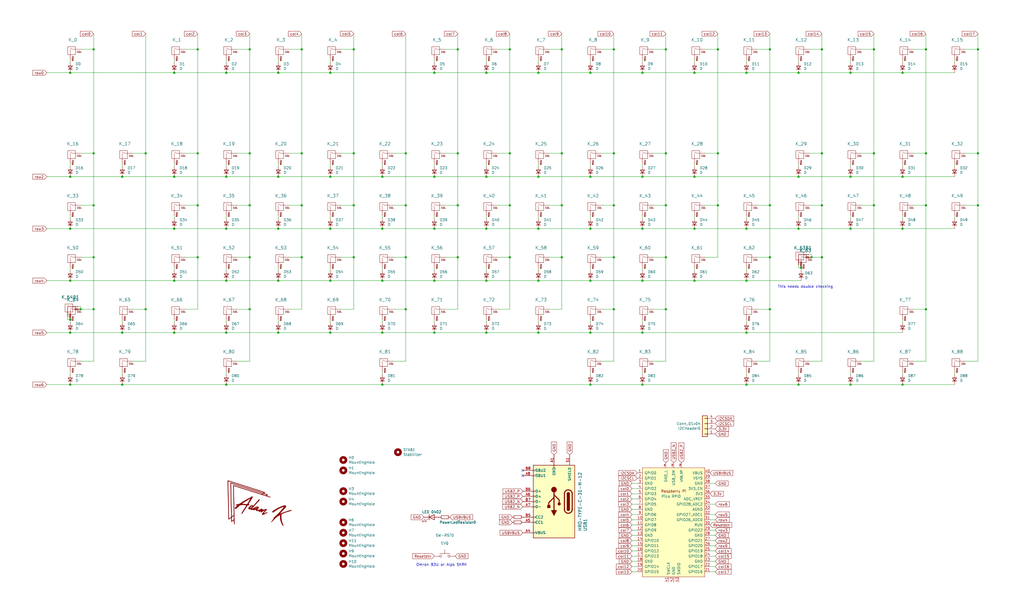
<source format=kicad_sch>
(kicad_sch (version 20211123) (generator eeschema)
  (paper "User" 499.999 299.999)
  (title_block (title "EnvKB") (date "2021-03-08") (rev "Rev.B") (company "Envious Media"))
  (junction (at 440.69 35.56))
  (junction (at 121.92 74.93))
  (junction (at 212.09 162.56))
  (junction (at 45.72 125.73))
  (junction (at 274.32 100.33))
  (junction (at 110.49 86.36))
  (junction (at 198.12 151.13))
  (junction (at 161.29 137.16))
  (junction (at 237.49 86.36))
  (junction (at 401.32 100.33))
  (junction (at 39.37 151.13))
  (junction (at 375.92 125.73))
  (junction (at 375.92 151.13))
  (junction (at 212.09 35.56))
  (junction (at 452.12 74.93))
  (junction (at 248.92 74.93))
  (junction (at 59.69 162.56))
  (junction (at 172.72 24.13))
  (junction (at 237.49 137.16))
  (junction (at 426.72 100.33))
  (junction (at 110.49 111.76))
  (junction (at 212.09 137.16))
  (junction (at 135.89 35.56))
  (junction (at 186.69 137.16))
  (junction (at 161.29 111.76))
  (junction (at 96.52 125.73))
  (junction (at 85.09 162.56))
  (junction (at 147.32 74.93))
  (junction (at 186.69 111.76))
  (junction (at 299.72 24.13))
  (junction (at 364.49 111.76))
  (junction (at 299.72 74.93))
  (junction (at 313.69 35.56))
  (junction (at 401.32 74.93))
  (junction (at 274.32 24.13))
  (junction (at 262.89 111.76))
  (junction (at 389.89 187.96))
  (junction (at 339.09 111.76))
  (junction (at 391.16 130.81))
  (junction (at 313.69 111.76))
  (junction (at 389.89 111.76))
  (junction (at 288.29 162.56))
  (junction (at 350.52 100.33))
  (junction (at 299.72 100.33))
  (junction (at 452.12 151.13))
  (junction (at 299.72 151.13))
  (junction (at 198.12 125.73))
  (junction (at 452.12 100.33))
  (junction (at 135.89 111.76))
  (junction (at 339.09 35.56))
  (junction (at 71.12 151.13))
  (junction (at 237.49 162.56))
  (junction (at 415.29 35.56))
  (junction (at 389.89 86.36))
  (junction (at 71.12 74.93))
  (junction (at 396.24 125.73))
  (junction (at 339.09 86.36))
  (junction (at 452.12 24.13))
  (junction (at 34.29 86.36))
  (junction (at 401.32 24.13))
  (junction (at 440.69 111.76))
  (junction (at 223.52 74.93))
  (junction (at 364.49 187.96))
  (junction (at 248.92 125.73))
  (junction (at 45.72 151.13))
  (junction (at 288.29 137.16))
  (junction (at 274.32 74.93))
  (junction (at 161.29 162.56))
  (junction (at 415.29 187.96))
  (junction (at 147.32 24.13))
  (junction (at 161.29 86.36))
  (junction (at 248.92 100.33))
  (junction (at 85.09 137.16))
  (junction (at 415.29 86.36))
  (junction (at 223.52 125.73))
  (junction (at 477.52 24.13))
  (junction (at 198.12 100.33))
  (junction (at 121.92 24.13))
  (junction (at 288.29 111.76))
  (junction (at 85.09 35.56))
  (junction (at 96.52 100.33))
  (junction (at 161.29 35.56))
  (junction (at 135.89 162.56))
  (junction (at 45.72 74.93))
  (junction (at 262.89 35.56))
  (junction (at 325.12 125.73))
  (junction (at 325.12 151.13))
  (junction (at 237.49 111.76))
  (junction (at 121.92 151.13))
  (junction (at 288.29 35.56))
  (junction (at 121.92 100.33))
  (junction (at 325.12 100.33))
  (junction (at 415.29 111.76))
  (junction (at 477.52 100.33))
  (junction (at 274.32 125.73))
  (junction (at 172.72 74.93))
  (junction (at 34.29 156.21))
  (junction (at 313.69 187.96))
  (junction (at 223.52 24.13))
  (junction (at 172.72 125.73))
  (junction (at 288.29 187.96))
  (junction (at 350.52 74.93))
  (junction (at 262.89 162.56))
  (junction (at 364.49 137.16))
  (junction (at 186.69 187.96))
  (junction (at 325.12 74.93))
  (junction (at 288.29 86.36))
  (junction (at 135.89 86.36))
  (junction (at 375.92 24.13))
  (junction (at 121.92 125.73))
  (junction (at 313.69 137.16))
  (junction (at 375.92 100.33))
  (junction (at 223.52 100.33))
  (junction (at 401.32 125.73))
  (junction (at 85.09 86.36))
  (junction (at 339.09 137.16))
  (junction (at 96.52 74.93))
  (junction (at 313.69 162.56))
  (junction (at 110.49 35.56))
  (junction (at 364.49 35.56))
  (junction (at 110.49 162.56))
  (junction (at 212.09 86.36))
  (junction (at 34.29 137.16))
  (junction (at 325.12 24.13))
  (junction (at 237.49 35.56))
  (junction (at 147.32 125.73))
  (junction (at 135.89 137.16))
  (junction (at 198.12 74.93))
  (junction (at 426.72 24.13))
  (junction (at 262.89 137.16))
  (junction (at 110.49 187.96))
  (junction (at 85.09 111.76))
  (junction (at 96.52 24.13))
  (junction (at 262.89 86.36))
  (junction (at 364.49 162.56))
  (junction (at 34.29 111.76))
  (junction (at 477.52 74.93))
  (junction (at 147.32 100.33))
  (junction (at 299.72 125.73))
  (junction (at 440.69 86.36))
  (junction (at 59.69 187.96))
  (junction (at 350.52 24.13))
  (junction (at 34.29 35.56))
  (junction (at 172.72 100.33))
  (junction (at 110.49 137.16))
  (junction (at 440.69 187.96))
  (junction (at 426.72 74.93))
  (junction (at 34.29 187.96))
  (junction (at 186.69 162.56))
  (junction (at 212.09 111.76))
  (junction (at 34.29 162.56))
  (junction (at 45.72 24.13))
  (junction (at 313.69 86.36))
  (junction (at 59.69 86.36))
  (junction (at 45.72 100.33))
  (junction (at 248.92 24.13))
  (junction (at 389.89 35.56))
  (junction (at 186.69 86.36))
  (no_connect (at 255.27 229.87))
  (no_connect (at 255.27 232.41))
  (wire (pts (xy 346.71 271.78) (xy 349.25 271.78)))
  (wire (pts (xy 339.09 111.76) (xy 364.49 111.76)))
  (wire (pts (xy 308.61 259.08) (xy 311.15 259.08)))
  (wire (pts (xy 186.69 105.41) (xy 186.69 106.68)))
  (wire (pts (xy 369.57 24.13) (xy 375.92 24.13)))
  (wire (pts (xy 364.49 29.21) (xy 364.49 30.48)))
  (wire (pts (xy 389.89 181.61) (xy 389.89 182.88)))
  (wire (pts (xy 223.52 100.33) (xy 223.52 74.93)))
  (wire (pts (xy 39.37 125.73) (xy 45.72 125.73)))
  (wire (pts (xy 237.49 162.56) (xy 262.89 162.56)))
  (wire (pts (xy 313.69 80.01) (xy 313.69 81.28)))
  (wire (pts (xy 135.89 35.56) (xy 161.29 35.56)))
  (wire (pts (xy 391.16 130.81) (xy 391.16 132.08)))
  (wire (pts (xy 115.57 100.33) (xy 121.92 100.33)))
  (wire (pts (xy 466.09 181.61) (xy 466.09 182.88)))
  (wire (pts (xy 212.09 29.21) (xy 212.09 30.48)))
  (wire (pts (xy 64.77 74.93) (xy 71.12 74.93)))
  (wire (pts (xy 477.52 100.33) (xy 477.52 74.93)))
  (wire (pts (xy 166.37 151.13) (xy 172.72 151.13)))
  (wire (pts (xy 110.49 156.21) (xy 110.49 157.48)))
  (wire (pts (xy 349.25 254) (xy 346.71 254)))
  (wire (pts (xy 293.37 74.93) (xy 299.72 74.93)))
  (wire (pts (xy 288.29 162.56) (xy 313.69 162.56)))
  (wire (pts (xy 313.69 181.61) (xy 313.69 182.88)))
  (wire (pts (xy 420.37 74.93) (xy 426.72 74.93)))
  (wire (pts (xy 161.29 130.81) (xy 161.29 132.08)))
  (wire (pts (xy 186.69 187.96) (xy 288.29 187.96)))
  (wire (pts (xy 313.69 162.56) (xy 364.49 162.56)))
  (wire (pts (xy 212.09 137.16) (xy 237.49 137.16)))
  (wire (pts (xy 394.97 124.46) (xy 396.24 124.46)))
  (wire (pts (xy 288.29 80.01) (xy 288.29 81.28)))
  (wire (pts (xy 85.09 35.56) (xy 110.49 35.56)))
  (wire (pts (xy 440.69 80.01) (xy 440.69 81.28)))
  (wire (pts (xy 217.17 24.13) (xy 223.52 24.13)))
  (wire (pts (xy 313.69 29.21) (xy 313.69 30.48)))
  (wire (pts (xy 346.71 246.38) (xy 349.25 246.38)))
  (wire (pts (xy 389.89 86.36) (xy 415.29 86.36)))
  (wire (pts (xy 440.69 187.96) (xy 466.09 187.96)))
  (wire (pts (xy 426.72 176.53) (xy 426.72 100.33)))
  (wire (pts (xy 389.89 29.21) (xy 389.89 30.48)))
  (wire (pts (xy 186.69 156.21) (xy 186.69 157.48)))
  (wire (pts (xy 33.02 156.21) (xy 34.29 156.21)))
  (wire (pts (xy 477.52 16.51) (xy 477.52 24.13)))
  (wire (pts (xy 318.77 125.73) (xy 325.12 125.73)))
  (wire (pts (xy 267.97 24.13) (xy 274.32 24.13)))
  (wire (pts (xy 191.77 176.53) (xy 198.12 176.53)))
  (wire (pts (xy 415.29 181.61) (xy 415.29 182.88)))
  (wire (pts (xy 85.09 130.81) (xy 85.09 132.08)))
  (wire (pts (xy 110.49 187.96) (xy 186.69 187.96)))
  (wire (pts (xy 34.29 181.61) (xy 34.29 182.88)))
  (wire (pts (xy 375.92 151.13) (xy 375.92 125.73)))
  (wire (pts (xy 22.86 111.76) (xy 34.29 111.76)))
  (wire (pts (xy 364.49 156.21) (xy 364.49 157.48)))
  (wire (pts (xy 313.69 137.16) (xy 339.09 137.16)))
  (wire (pts (xy 440.69 86.36) (xy 466.09 86.36)))
  (wire (pts (xy 299.72 125.73) (xy 299.72 100.33)))
  (wire (pts (xy 161.29 111.76) (xy 186.69 111.76)))
  (wire (pts (xy 299.72 24.13) (xy 299.72 74.93)))
  (wire (pts (xy 440.69 35.56) (xy 466.09 35.56)))
  (wire (pts (xy 110.49 35.56) (xy 135.89 35.56)))
  (wire (pts (xy 394.97 74.93) (xy 401.32 74.93)))
  (wire (pts (xy 471.17 24.13) (xy 477.52 24.13)))
  (wire (pts (xy 344.17 100.33) (xy 350.52 100.33)))
  (wire (pts (xy 369.57 151.13) (xy 375.92 151.13)))
  (wire (pts (xy 375.92 16.51) (xy 375.92 24.13)))
  (wire (pts (xy 217.17 74.93) (xy 223.52 74.93)))
  (wire (pts (xy 369.57 100.33) (xy 375.92 100.33)))
  (wire (pts (xy 426.72 100.33) (xy 426.72 74.93)))
  (wire (pts (xy 212.09 156.21) (xy 212.09 157.48)))
  (wire (pts (xy 248.92 16.51) (xy 248.92 24.13)))
  (wire (pts (xy 135.89 111.76) (xy 161.29 111.76)))
  (wire (pts (xy 59.69 86.36) (xy 85.09 86.36)))
  (wire (pts (xy 466.09 105.41) (xy 466.09 106.68)))
  (wire (pts (xy 90.17 74.93) (xy 96.52 74.93)))
  (wire (pts (xy 288.29 156.21) (xy 288.29 157.48)))
  (wire (pts (xy 262.89 105.41) (xy 262.89 106.68)))
  (wire (pts (xy 346.71 259.08) (xy 349.25 259.08)))
  (wire (pts (xy 166.37 125.73) (xy 172.72 125.73)))
  (wire (pts (xy 389.89 129.54) (xy 389.89 130.81)))
  (wire (pts (xy 186.69 162.56) (xy 212.09 162.56)))
  (wire (pts (xy 401.32 100.33) (xy 401.32 74.93)))
  (wire (pts (xy 346.71 236.22) (xy 349.25 236.22)))
  (wire (pts (xy 121.92 151.13) (xy 121.92 125.73)))
  (wire (pts (xy 191.77 151.13) (xy 198.12 151.13)))
  (wire (pts (xy 364.49 105.41) (xy 364.49 106.68)))
  (wire (pts (xy 121.92 125.73) (xy 121.92 100.33)))
  (wire (pts (xy 22.86 187.96) (xy 34.29 187.96)))
  (wire (pts (xy 172.72 24.13) (xy 172.72 74.93)))
  (wire (pts (xy 237.49 111.76) (xy 262.89 111.76)))
  (wire (pts (xy 115.57 125.73) (xy 121.92 125.73)))
  (wire (pts (xy 248.92 24.13) (xy 248.92 74.93)))
  (wire (pts (xy 445.77 74.93) (xy 452.12 74.93)))
  (wire (pts (xy 172.72 125.73) (xy 172.72 100.33)))
  (wire (pts (xy 115.57 24.13) (xy 121.92 24.13)))
  (wire (pts (xy 115.57 74.93) (xy 121.92 74.93)))
  (wire (pts (xy 166.37 74.93) (xy 172.72 74.93)))
  (wire (pts (xy 346.71 251.46) (xy 349.25 251.46)))
  (wire (pts (xy 344.17 125.73) (xy 350.52 125.73)))
  (wire (pts (xy 477.52 176.53) (xy 477.52 100.33)))
  (wire (pts (xy 267.97 151.13) (xy 274.32 151.13)))
  (wire (pts (xy 191.77 125.73) (xy 198.12 125.73)))
  (wire (pts (xy 440.69 29.21) (xy 440.69 30.48)))
  (wire (pts (xy 64.77 151.13) (xy 71.12 151.13)))
  (wire (pts (xy 172.72 100.33) (xy 172.72 74.93)))
  (wire (pts (xy 262.89 137.16) (xy 288.29 137.16)))
  (wire (pts (xy 311.15 271.78) (xy 308.61 271.78)))
  (wire (pts (xy 350.52 24.13) (xy 350.52 74.93)))
  (wire (pts (xy 140.97 24.13) (xy 147.32 24.13)))
  (wire (pts (xy 299.72 151.13) (xy 299.72 125.73)))
  (wire (pts (xy 147.32 100.33) (xy 147.32 74.93)))
  (wire (pts (xy 45.72 16.51) (xy 45.72 24.13)))
  (wire (pts (xy 217.17 125.73) (xy 223.52 125.73)))
  (wire (pts (xy 313.69 86.36) (xy 339.09 86.36)))
  (wire (pts (xy 339.09 35.56) (xy 364.49 35.56)))
  (wire (pts (xy 59.69 156.21) (xy 59.69 157.48)))
  (wire (pts (xy 325.12 125.73) (xy 325.12 100.33)))
  (wire (pts (xy 308.61 274.32) (xy 311.15 274.32)))
  (wire (pts (xy 308.61 269.24) (xy 311.15 269.24)))
  (wire (pts (xy 452.12 24.13) (xy 452.12 74.93)))
  (wire (pts (xy 96.52 100.33) (xy 96.52 74.93)))
  (wire (pts (xy 90.17 125.73) (xy 96.52 125.73)))
  (wire (pts (xy 161.29 156.21) (xy 161.29 157.48)))
  (wire (pts (xy 262.89 86.36) (xy 288.29 86.36)))
  (wire (pts (xy 415.29 187.96) (xy 440.69 187.96)))
  (wire (pts (xy 471.17 176.53) (xy 477.52 176.53)))
  (wire (pts (xy 440.69 111.76) (xy 466.09 111.76)))
  (wire (pts (xy 237.49 80.01) (xy 237.49 81.28)))
  (wire (pts (xy 161.29 162.56) (xy 186.69 162.56)))
  (wire (pts (xy 311.15 238.76) (xy 308.61 238.76)))
  (wire (pts (xy 121.92 16.51) (xy 121.92 24.13)))
  (wire (pts (xy 350.52 16.51) (xy 350.52 24.13)))
  (wire (pts (xy 110.49 29.21) (xy 110.49 30.48)))
  (wire (pts (xy 466.09 29.21) (xy 466.09 30.48)))
  (wire (pts (xy 267.97 100.33) (xy 274.32 100.33)))
  (wire (pts (xy 45.72 176.53) (xy 45.72 151.13)))
  (wire (pts (xy 147.32 24.13) (xy 147.32 74.93)))
  (wire (pts (xy 39.37 176.53) (xy 45.72 176.53)))
  (wire (pts (xy 172.72 16.51) (xy 172.72 24.13)))
  (wire (pts (xy 96.52 24.13) (xy 96.52 74.93)))
  (wire (pts (xy 96.52 125.73) (xy 96.52 100.33)))
  (wire (pts (xy 346.71 274.32) (xy 349.25 274.32)))
  (wire (pts (xy 33.02 154.94) (xy 33.02 156.21)))
  (wire (pts (xy 318.77 100.33) (xy 325.12 100.33)))
  (wire (pts (xy 339.09 130.81) (xy 339.09 132.08)))
  (wire (pts (xy 364.49 137.16) (xy 391.16 137.16)))
  (wire (pts (xy 34.29 111.76) (xy 85.09 111.76)))
  (wire (pts (xy 39.37 100.33) (xy 45.72 100.33)))
  (wire (pts (xy 440.69 181.61) (xy 440.69 182.88)))
  (wire (pts (xy 274.32 100.33) (xy 274.32 74.93)))
  (wire (pts (xy 140.97 151.13) (xy 147.32 151.13)))
  (wire (pts (xy 308.61 241.3) (xy 311.15 241.3)))
  (wire (pts (xy 212.09 35.56) (xy 237.49 35.56)))
  (wire (pts (xy 299.72 100.33) (xy 299.72 74.93)))
  (wire (pts (xy 161.29 137.16) (xy 186.69 137.16)))
  (wire (pts (xy 121.92 100.33) (xy 121.92 74.93)))
  (wire (pts (xy 346.71 279.4) (xy 349.25 279.4)))
  (wire (pts (xy 39.37 151.13) (xy 45.72 151.13)))
  (wire (pts (xy 420.37 100.33) (xy 426.72 100.33)))
  (wire (pts (xy 293.37 176.53) (xy 299.72 176.53)))
  (wire (pts (xy 110.49 137.16) (xy 135.89 137.16)))
  (wire (pts (xy 401.32 24.13) (xy 401.32 74.93)))
  (wire (pts (xy 71.12 151.13) (xy 71.12 74.93)))
  (wire (pts (xy 135.89 156.21) (xy 135.89 157.48)))
  (wire (pts (xy 369.57 125.73) (xy 375.92 125.73)))
  (wire (pts (xy 311.15 279.4) (xy 308.61 279.4)))
  (wire (pts (xy 274.32 151.13) (xy 274.32 125.73)))
  (wire (pts (xy 293.37 100.33) (xy 299.72 100.33)))
  (wire (pts (xy 34.29 35.56) (xy 85.09 35.56)))
  (wire (pts (xy 389.89 111.76) (xy 415.29 111.76)))
  (wire (pts (xy 140.97 100.33) (xy 147.32 100.33)))
  (wire (pts (xy 198.12 100.33) (xy 198.12 74.93)))
  (wire (pts (xy 59.69 162.56) (xy 85.09 162.56)))
  (wire (pts (xy 293.37 151.13) (xy 299.72 151.13)))
  (wire (pts (xy 34.29 86.36) (xy 59.69 86.36)))
  (wire (pts (xy 90.17 100.33) (xy 96.52 100.33)))
  (wire (pts (xy 172.72 151.13) (xy 172.72 125.73)))
  (wire (pts (xy 39.37 74.93) (xy 45.72 74.93)))
  (wire (pts (xy 415.29 105.41) (xy 415.29 106.68)))
  (wire (pts (xy 401.32 125.73) (xy 401.32 176.53)))
  (wire (pts (xy 311.15 251.46) (xy 308.61 251.46)))
  (wire (pts (xy 445.77 151.13) (xy 452.12 151.13)))
  (wire (pts (xy 22.86 86.36) (xy 34.29 86.36)))
  (wire (pts (xy 212.09 130.81) (xy 212.09 132.08)))
  (wire (pts (xy 288.29 187.96) (xy 313.69 187.96)))
  (wire (pts (xy 349.25 276.86) (xy 346.71 276.86)))
  (wire (pts (xy 121.92 176.53) (xy 121.92 151.13)))
  (wire (pts (xy 161.29 105.41) (xy 161.29 106.68)))
  (wire (pts (xy 71.12 16.51) (xy 71.12 74.93)))
  (wire (pts (xy 85.09 29.21) (xy 85.09 30.48)))
  (wire (pts (xy 369.57 176.53) (xy 375.92 176.53)))
  (wire (pts (xy 375.92 24.13) (xy 375.92 100.33)))
  (wire (pts (xy 71.12 176.53) (xy 71.12 151.13)))
  (wire (pts (xy 110.49 111.76) (xy 135.89 111.76)))
  (wire (pts (xy 186.69 181.61) (xy 186.69 182.88)))
  (wire (pts (xy 115.57 176.53) (xy 121.92 176.53)))
  (wire (pts (xy 394.97 24.13) (xy 401.32 24.13)))
  (wire (pts (xy 339.09 80.01) (xy 339.09 81.28)))
  (wire (pts (xy 267.97 125.73) (xy 274.32 125.73)))
  (wire (pts (xy 339.09 137.16) (xy 364.49 137.16)))
  (wire (pts (xy 166.37 100.33) (xy 172.72 100.33)))
  (wire (pts (xy 22.86 137.16) (xy 34.29 137.16)))
  (wire (pts (xy 85.09 137.16) (xy 110.49 137.16)))
  (wire (pts (xy 161.29 29.21) (xy 161.29 30.48)))
  (wire (pts (xy 471.17 74.93) (xy 477.52 74.93)))
  (wire (pts (xy 346.71 269.24) (xy 349.25 269.24)))
  (wire (pts (xy 313.69 156.21) (xy 313.69 157.48)))
  (wire (pts (xy 415.29 86.36) (xy 440.69 86.36)))
  (wire (pts (xy 45.72 151.13) (xy 45.72 125.73)))
  (wire (pts (xy 288.29 86.36) (xy 313.69 86.36)))
  (wire (pts (xy 45.72 125.73) (xy 45.72 100.33)))
  (wire (pts (xy 22.86 162.56) (xy 34.29 162.56)))
  (wire (pts (xy 223.52 125.73) (xy 223.52 100.33)))
  (wire (pts (xy 313.69 187.96) (xy 364.49 187.96)))
  (wire (pts (xy 445.77 100.33) (xy 452.12 100.33)))
  (wire (pts (xy 288.29 130.81) (xy 288.29 132.08)))
  (wire (pts (xy 308.61 254) (xy 311.15 254)))
  (wire (pts (xy 350.52 125.73) (xy 350.52 100.33)))
  (wire (pts (xy 147.32 125.73) (xy 147.32 100.33)))
  (wire (pts (xy 318.77 151.13) (xy 325.12 151.13)))
  (wire (pts (xy 135.89 80.01) (xy 135.89 81.28)))
  (wire (pts (xy 223.52 24.13) (xy 223.52 74.93)))
  (wire (pts (xy 115.57 151.13) (xy 121.92 151.13)))
  (wire (pts (xy 217.17 100.33) (xy 223.52 100.33)))
  (wire (pts (xy 186.69 80.01) (xy 186.69 81.28)))
  (wire (pts (xy 364.49 181.61) (xy 364.49 182.88)))
  (wire (pts (xy 364.49 35.56) (xy 389.89 35.56)))
  (wire (pts (xy 85.09 111.76) (xy 110.49 111.76)))
  (wire (pts (xy 161.29 35.56) (xy 212.09 35.56)))
  (wire (pts (xy 308.61 248.92) (xy 311.15 248.92)))
  (wire (pts (xy 237.49 156.21) (xy 237.49 157.48)))
  (wire (pts (xy 248.92 100.33) (xy 248.92 74.93)))
  (wire (pts (xy 339.09 86.36) (xy 389.89 86.36)))
  (wire (pts (xy 401.32 16.51) (xy 401.32 24.13)))
  (wire (pts (xy 198.12 176.53) (xy 198.12 151.13)))
  (wire (pts (xy 375.92 125.73) (xy 375.92 100.33)))
  (wire (pts (xy 288.29 29.21) (xy 288.29 30.48)))
  (wire (pts (xy 344.17 24.13) (xy 350.52 24.13)))
  (wire (pts (xy 242.57 125.73) (xy 248.92 125.73)))
  (wire (pts (xy 248.92 125.73) (xy 248.92 100.33)))
  (wire (pts (xy 389.89 130.81) (xy 391.16 130.81)))
  (wire (pts (xy 364.49 162.56) (xy 440.69 162.56)))
  (wire (pts (xy 34.29 130.81) (xy 34.29 132.08)))
  (wire (pts (xy 198.12 151.13) (xy 198.12 125.73)))
  (wire (pts (xy 318.77 176.53) (xy 325.12 176.53)))
  (wire (pts (xy 401.32 100.33) (xy 401.32 125.73)))
  (wire (pts (xy 237.49 137.16) (xy 262.89 137.16)))
  (wire (pts (xy 135.89 29.21) (xy 135.89 30.48)))
  (wire (pts (xy 34.29 156.21) (xy 34.29 157.48)))
  (wire (pts (xy 318.77 24.13) (xy 325.12 24.13)))
  (wire (pts (xy 166.37 24.13) (xy 172.72 24.13)))
  (wire (pts (xy 313.69 111.76) (xy 339.09 111.76)))
  (wire (pts (xy 110.49 162.56) (xy 135.89 162.56)))
  (wire (pts (xy 308.61 261.62) (xy 311.15 261.62)))
  (wire (pts (xy 346.71 261.62) (xy 349.25 261.62)))
  (wire (pts (xy 147.32 16.51) (xy 147.32 24.13)))
  (wire (pts (xy 288.29 111.76) (xy 313.69 111.76)))
  (wire (pts (xy 212.09 80.01) (xy 212.09 81.28)))
  (wire (pts (xy 223.52 151.13) (xy 223.52 125.73)))
  (wire (pts (xy 262.89 35.56) (xy 288.29 35.56)))
  (wire (pts (xy 64.77 176.53) (xy 71.12 176.53)))
  (wire (pts (xy 212.09 162.56) (xy 237.49 162.56)))
  (wire (pts (xy 452.12 176.53) (xy 452.12 151.13)))
  (wire (pts (xy 349.25 266.7) (xy 346.71 266.7)))
  (wire (pts (xy 45.72 24.13) (xy 45.72 74.93)))
  (wire (pts (xy 346.71 264.16) (xy 349.25 264.16)))
  (wire (pts (xy 34.29 105.41) (xy 34.29 106.68)))
  (wire (pts (xy 45.72 100.33) (xy 45.72 74.93)))
  (wire (pts (xy 420.37 176.53) (xy 426.72 176.53)))
  (wire (pts (xy 311.15 236.22) (xy 308.61 236.22)))
  (wire (pts (xy 34.29 187.96) (xy 59.69 187.96)))
  (wire (pts (xy 110.49 105.41) (xy 110.49 106.68)))
  (wire (pts (xy 262.89 130.81) (xy 262.89 132.08)))
  (wire (pts (xy 339.09 29.21) (xy 339.09 30.48)))
  (wire (pts (xy 135.89 162.56) (xy 161.29 162.56)))
  (wire (pts (xy 217.17 151.13) (xy 223.52 151.13)))
  (wire (pts (xy 85.09 80.01) (xy 85.09 81.28)))
  (wire (pts (xy 121.92 24.13) (xy 121.92 74.93)))
  (wire (pts (xy 135.89 86.36) (xy 161.29 86.36)))
  (wire (pts (xy 242.57 24.13) (xy 248.92 24.13)))
  (wire (pts (xy 420.37 24.13) (xy 426.72 24.13)))
  (wire (pts (xy 308.61 276.86) (xy 311.15 276.86)))
  (wire (pts (xy 325.12 16.51) (xy 325.12 24.13)))
  (wire (pts (xy 198.12 16.51) (xy 198.12 74.93)))
  (wire (pts (xy 237.49 105.41) (xy 237.49 106.68)))
  (wire (pts (xy 90.17 24.13) (xy 96.52 24.13)))
  (wire (pts (xy 242.57 74.93) (xy 248.92 74.93)))
  (wire (pts (xy 135.89 137.16) (xy 161.29 137.16)))
  (wire (pts (xy 308.61 264.16) (xy 311.15 264.16)))
  (wire (pts (xy 85.09 105.41) (xy 85.09 106.68)))
  (wire (pts (xy 308.61 246.38) (xy 311.15 246.38)))
  (wire (pts (xy 415.29 29.21) (xy 415.29 30.48)))
  (wire (pts (xy 135.89 105.41) (xy 135.89 106.68)))
  (wire (pts (xy 396.24 125.73) (xy 401.32 125.73)))
  (wire (pts (xy 262.89 111.76) (xy 288.29 111.76)))
  (wire (pts (xy 311.15 256.54) (xy 308.61 256.54)))
  (wire (pts (xy 248.92 151.13) (xy 248.92 125.73)))
  (wire (pts (xy 212.09 86.36) (xy 237.49 86.36)))
  (wire (pts (xy 440.69 156.21) (xy 440.69 157.48)))
  (wire (pts (xy 212.09 111.76) (xy 237.49 111.76)))
  (wire (pts (xy 110.49 130.81) (xy 110.49 132.08)))
  (wire (pts (xy 274.32 125.73) (xy 274.32 100.33)))
  (wire (pts (xy 198.12 125.73) (xy 198.12 100.33)))
  (wire (pts (xy 325.12 100.33) (xy 325.12 74.93)))
  (wire (pts (xy 318.77 74.93) (xy 325.12 74.93)))
  (wire (pts (xy 288.29 137.16) (xy 313.69 137.16)))
  (wire (pts (xy 445.77 24.13) (xy 452.12 24.13)))
  (wire (pts (xy 186.69 111.76) (xy 212.09 111.76)))
  (wire (pts (xy 34.29 162.56) (xy 59.69 162.56)))
  (wire (pts (xy 471.17 100.33) (xy 477.52 100.33)))
  (wire (pts (xy 212.09 105.41) (xy 212.09 106.68)))
  (wire (pts (xy 389.89 35.56) (xy 415.29 35.56)))
  (wire (pts (xy 299.72 176.53) (xy 299.72 151.13)))
  (wire (pts (xy 237.49 29.21) (xy 237.49 30.48)))
  (wire (pts (xy 452.12 151.13) (xy 452.12 100.33)))
  (wire (pts (xy 110.49 86.36) (xy 135.89 86.36)))
  (wire (pts (xy 311.15 243.84) (xy 308.61 243.84)))
  (wire (pts (xy 445.77 176.53) (xy 452.12 176.53)))
  (wire (pts (xy 344.17 74.93) (xy 350.52 74.93)))
  (wire (pts (xy 364.49 130.81) (xy 364.49 132.08)))
  (wire (pts (xy 85.09 86.36) (xy 110.49 86.36)))
  (wire (pts (xy 288.29 35.56) (xy 313.69 35.56)))
  (wire (pts (xy 140.97 125.73) (xy 147.32 125.73)))
  (wire (pts (xy 394.97 176.53) (xy 401.32 176.53)))
  (wire (pts (xy 339.09 105.41) (xy 339.09 106.68)))
  (wire (pts (xy 22.86 35.56) (xy 34.29 35.56)))
  (wire (pts (xy 452.12 100.33) (xy 452.12 74.93)))
  (wire (pts (xy 325.12 24.13) (xy 325.12 74.93)))
  (wire (pts (xy 96.52 16.51) (xy 96.52 24.13)))
  (wire (pts (xy 59.69 181.61) (xy 59.69 182.88)))
  (wire (pts (xy 59.69 187.96) (xy 110.49 187.96)))
  (wire (pts (xy 191.77 100.33) (xy 198.12 100.33)))
  (wire (pts (xy 262.89 156.21) (xy 262.89 157.48)))
  (wire (pts (xy 274.32 16.51) (xy 274.32 24.13)))
  (wire (pts (xy 85.09 156.21) (xy 85.09 157.48)))
  (wire (pts (xy 267.97 74.93) (xy 274.32 74.93)))
  (wire (pts (xy 39.37 149.86) (xy 38.1 149.86)))
  (wire (pts (xy 288.29 105.41) (xy 288.29 106.68)))
  (wire (pts (xy 237.49 35.56) (xy 262.89 35.56)))
  (wire (pts (xy 34.29 29.21) (xy 34.29 30.48)))
  (wire (pts (xy 147.32 151.13) (xy 147.32 125.73)))
  (wire (pts (xy 186.69 137.16) (xy 212.09 137.16)))
  (wire (pts (xy 223.52 16.51) (xy 223.52 24.13)))
  (wire (pts (xy 415.29 35.56) (xy 440.69 35.56)))
  (wire (pts (xy 262.89 162.56) (xy 288.29 162.56)))
  (wire (pts (xy 135.89 130.81) (xy 135.89 132.08)))
  (wire (pts (xy 237.49 130.81) (xy 237.49 132.08)))
  (wire (pts (xy 161.29 86.36) (xy 186.69 86.36)))
  (wire (pts (xy 274.32 24.13) (xy 274.32 74.93)))
  (wire (pts (xy 110.49 80.01) (xy 110.49 81.28)))
  (wire (pts (xy 96.52 151.13) (xy 96.52 125.73)))
  (wire (pts (xy 325.12 176.53) (xy 325.12 151.13)))
  (wire (pts (xy 237.49 86.36) (xy 262.89 86.36)))
  (wire (pts (xy 389.89 105.41) (xy 389.89 106.68)))
  (wire (pts (xy 293.37 125.73) (xy 299.72 125.73)))
  (wire (pts (xy 191.77 74.93) (xy 198.12 74.93)))
  (wire (pts (xy 313.69 35.56) (xy 339.09 35.56)))
  (wire (pts (xy 140.97 74.93) (xy 147.32 74.93)))
  (wire (pts (xy 313.69 105.41) (xy 313.69 106.68)))
  (wire (pts (xy 313.69 130.81) (xy 313.69 132.08)))
  (wire (pts (xy 242.57 151.13) (xy 248.92 151.13)))
  (wire (pts (xy 110.49 181.61) (xy 110.49 182.88)))
  (wire (pts (xy 466.09 80.01) (xy 466.09 81.28)))
  (wire (pts (xy 389.89 80.01) (xy 389.89 81.28)))
  (wire (pts (xy 262.89 80.01) (xy 262.89 81.28)))
  (wire (pts (xy 426.72 16.51) (xy 426.72 24.13)))
  (wire (pts (xy 85.09 162.56) (xy 110.49 162.56)))
  (wire (pts (xy 186.69 86.36) (xy 212.09 86.36)))
  (wire (pts (xy 262.89 29.21) (xy 262.89 30.48)))
  (wire (pts (xy 39.37 151.13) (xy 39.37 149.86)))
  (wire (pts (xy 39.37 24.13) (xy 45.72 24.13)))
  (wire (pts (xy 34.29 80.01) (xy 34.29 81.28)))
  (wire (pts (xy 308.61 266.7) (xy 311.15 266.7)))
  (wire (pts (xy 426.72 24.13) (xy 426.72 74.93)))
  (wire (pts (xy 440.69 105.41) (xy 440.69 106.68)))
  (wire (pts (xy 350.52 100.33) (xy 350.52 74.93)))
  (wire (pts (xy 90.17 151.13) (xy 96.52 151.13)))
  (wire (pts (xy 242.57 100.33) (xy 248.92 100.33)))
  (wire (pts (xy 477.52 24.13) (xy 477.52 74.93)))
  (wire (pts (xy 34.29 137.16) (xy 85.09 137.16)))
  (wire (pts (xy 396.24 124.46) (xy 396.24 125.73)))
  (wire (pts (xy 293.37 24.13) (xy 299.72 24.13)))
  (wire (pts (xy 364.49 111.76) (xy 389.89 111.76)))
  (wire (pts (xy 415.29 111.76) (xy 440.69 111.76)))
  (wire (pts (xy 288.29 181.61) (xy 288.29 182.88)))
  (wire (pts (xy 394.97 100.33) (xy 401.32 100.33)))
  (wire (pts (xy 59.69 80.01) (xy 59.69 81.28)))
  (wire (pts (xy 415.29 80.01) (xy 415.29 81.28)))
  (wire (pts (xy 389.89 187.96) (xy 415.29 187.96)))
  (wire (pts (xy 161.29 80.01) (xy 161.29 81.28)))
  (wire (pts (xy 452.12 16.51) (xy 452.12 24.13)))
  (wire (pts (xy 364.49 187.96) (xy 389.89 187.96)))
  (wire (pts (xy 325.12 151.13) (xy 325.12 125.73)))
  (wire (pts (xy 299.72 16.51) (xy 299.72 24.13)))
  (wire (pts (xy 186.69 130.81) (xy 186.69 132.08)))
  (wire (pts (xy 375.92 176.53) (xy 375.92 151.13)))
  (text "This needs double checking" (at 379.73 140.97 0) (effects (font (size 1.27 1.27)) (justify left bottom)))
  (text "Omron B3U or Alps SKRK" (at 203.2 276.86 0) (effects (font (size 1.27 1.27)) (justify left bottom)))
  (global_label "I2CSDA" (shape input) (at 349.25 204.47 0) (property "Intersheet References" "${INTERSHEET_REFS}" (effects hide)))
  (global_label "GND" (shape input) (at 349.25 261.62 0) (property "Intersheet References" "${INTERSHEET_REFS}" (effects hide)))
  (global_label "row3" (shape input) (at 22.86 111.76 180) (property "Intersheet References" "${INTERSHEET_REFS}" (effects hide)))
  (global_label "col1" (shape input) (at 71.12 16.51 180) (property "Intersheet References" "${INTERSHEET_REFS}" (effects hide)))
  (global_label "GND" (shape input) (at 250.19 252.73 180) (property "Intersheet References" "${INTERSHEET_REFS}" (effects hide)))
  (global_label "col5" (shape input) (at 172.72 16.51 180) (property "Intersheet References" "${INTERSHEET_REFS}" (effects hide)))
  (global_label "3.3V" (shape input) (at 346.71 241.3 0) (property "Intersheet References" "${INTERSHEET_REFS}" (effects hide)))
  (global_label "col14" (shape input) (at 349.25 269.24 0) (property "Intersheet References" "${INTERSHEET_REFS}" (effects hide)))
  (global_label "USB2_P" (shape input) (at 255.27 242.57 180) (property "Intersheet References" "${INTERSHEET_REFS}" (effects hide)))
  (global_label "col3" (shape input) (at 308.61 246.38 180) (property "Intersheet References" "${INTERSHEET_REFS}" (effects hide)))
  (global_label "col0" (shape input) (at 45.72 16.51 180) (property "Intersheet References" "${INTERSHEET_REFS}" (effects hide)))
  (global_label "col17" (shape input) (at 477.52 16.51 180) (property "Intersheet References" "${INTERSHEET_REFS}" (effects hide)))
  (global_label "col16" (shape input) (at 349.25 276.86 0) (property "Intersheet References" "${INTERSHEET_REFS}" (effects hide)))
  (global_label "col14" (shape input) (at 401.32 16.51 180) (property "Intersheet References" "${INTERSHEET_REFS}" (effects hide)))
  (global_label "Resetbtn" (shape input) (at 346.71 256.54 0) (property "Intersheet References" "${INTERSHEET_REFS}" (effects hide)))
  (global_label "col2" (shape input) (at 96.52 16.51 180) (property "Intersheet References" "${INTERSHEET_REFS}" (effects hide)))
  (global_label "col7" (shape input) (at 223.52 16.51 180) (property "Intersheet References" "${INTERSHEET_REFS}" (effects hide)))
  (global_label "GND" (shape input) (at 250.19 255.27 180) (property "Intersheet References" "${INTERSHEET_REFS}" (effects hide)))
  (global_label "col8" (shape input) (at 248.92 16.51 180) (property "Intersheet References" "${INTERSHEET_REFS}" (effects hide)))
  (global_label "row4" (shape input) (at 349.25 254 0) (property "Intersheet References" "${INTERSHEET_REFS}" (effects hide)))
  (global_label "col0" (shape input) (at 308.61 238.76 180) (property "Intersheet References" "${INTERSHEET_REFS}" (effects hide)))
  (global_label "col12" (shape input) (at 350.52 16.51 180) (property "Intersheet References" "${INTERSHEET_REFS}" (effects hide)))
  (global_label "GND" (shape input) (at 222.25 271.78 0) (property "Intersheet References" "${INTERSHEET_REFS}" (effects hide)))
  (global_label "col4" (shape input) (at 308.61 251.46 180) (property "Intersheet References" "${INTERSHEET_REFS}" (effects hide)))
  (global_label "USB2_N" (shape input) (at 255.27 247.65 180) (property "Intersheet References" "${INTERSHEET_REFS}" (effects hide)))
  (global_label "row4" (shape input) (at 22.86 137.16 180) (property "Intersheet References" "${INTERSHEET_REFS}" (effects hide)))
  (global_label "col8" (shape input) (at 308.61 264.16 180) (property "Intersheet References" "${INTERSHEET_REFS}" (effects hide)))
  (global_label "col2" (shape input) (at 308.61 243.84 180) (property "Intersheet References" "${INTERSHEET_REFS}" (effects hide)))
  (global_label "row0" (shape input) (at 349.25 266.7 0) (property "Intersheet References" "${INTERSHEET_REFS}" (effects hide)))
  (global_label "GND" (shape input) (at 270.51 222.25 90) (property "Intersheet References" "${INTERSHEET_REFS}" (effects hide)))
  (global_label "col16" (shape input) (at 452.12 16.51 180) (property "Intersheet References" "${INTERSHEET_REFS}" (effects hide)))
  (global_label "I2CSDA" (shape input) (at 311.15 231.14 180) (property "Intersheet References" "${INTERSHEET_REFS}" (effects hide)))
  (global_label "GND" (shape input) (at 207.01 252.73 180) (property "Intersheet References" "${INTERSHEET_REFS}" (effects hide)))
  (global_label "col9" (shape input) (at 274.32 16.51 180) (property "Intersheet References" "${INTERSHEET_REFS}" (effects hide)))
  (global_label "row6" (shape input) (at 22.86 187.96 180) (property "Intersheet References" "${INTERSHEET_REFS}" (effects hide)))
  (global_label "col1" (shape input) (at 308.61 241.3 180) (property "Intersheet References" "${INTERSHEET_REFS}" (effects hide)))
  (global_label "col6" (shape input) (at 308.61 256.54 180) (property "Intersheet References" "${INTERSHEET_REFS}" (effects hide)))
  (global_label "row2" (shape input) (at 349.25 264.16 0) (property "Intersheet References" "${INTERSHEET_REFS}" (effects hide)))
  (global_label "USBVBUS" (shape input) (at 346.71 231.14 0) (property "Intersheet References" "${INTERSHEET_REFS}" (effects hide)))
  (global_label "GND" (shape input) (at 278.13 222.25 90) (property "Intersheet References" "${INTERSHEET_REFS}" (effects hide)))
  (global_label "row5" (shape input) (at 349.25 251.46 0) (property "Intersheet References" "${INTERSHEET_REFS}" (effects hide)))
  (global_label "USB2_N" (shape input) (at 255.27 245.11 180) (property "Intersheet References" "${INTERSHEET_REFS}" (effects hide)))
  (global_label "col3" (shape input) (at 121.92 16.51 180) (property "Intersheet References" "${INTERSHEET_REFS}" (effects hide)))
  (global_label "3.3V" (shape input) (at 349.25 209.55 0) (property "Intersheet References" "${INTERSHEET_REFS}" (effects hide)))
  (global_label "row6" (shape input) (at 349.25 246.38 0) (property "Intersheet References" "${INTERSHEET_REFS}" (effects hide)))
  (global_label "USB2_P" (shape input) (at 255.27 240.03 180) (property "Intersheet References" "${INTERSHEET_REFS}" (effects hide)))
  (global_label "col10" (shape input) (at 299.72 16.51 180) (property "Intersheet References" "${INTERSHEET_REFS}" (effects hide)))
  (global_label "col12" (shape input) (at 308.61 276.86 180) (property "Intersheet References" "${INTERSHEET_REFS}" (effects hide)))
  (global_label "col15" (shape input) (at 426.72 16.51 180) (property "Intersheet References" "${INTERSHEET_REFS}" (effects hide)))
  (global_label "col15" (shape input) (at 349.25 271.78 0) (property "Intersheet References" "${INTERSHEET_REFS}" (effects hide)))
  (global_label "GND" (shape input) (at 325.12 226.06 90) (property "Intersheet References" "${INTERSHEET_REFS}" (effects hide)))
  (global_label "USBVBUS" (shape input) (at 219.71 252.73 0) (property "Intersheet References" "${INTERSHEET_REFS}" (effects hide)))
  (global_label "row5" (shape input) (at 22.86 162.56 180) (property "Intersheet References" "${INTERSHEET_REFS}" (effects hide)))
  (global_label "row3" (shape input) (at 349.25 259.08 0) (property "Intersheet References" "${INTERSHEET_REFS}" (effects hide)))
  (global_label "col13" (shape input) (at 375.92 16.51 180) (property "Intersheet References" "${INTERSHEET_REFS}" (effects hide)))
  (global_label "col13" (shape input) (at 308.61 279.4 180) (property "Intersheet References" "${INTERSHEET_REFS}" (effects hide)))
  (global_label "USBVBUS" (shape input) (at 255.27 260.35 180) (property "Intersheet References" "${INTERSHEET_REFS}" (effects hide)))
  (global_label "col9" (shape input) (at 308.61 266.7 180) (property "Intersheet References" "${INTERSHEET_REFS}" (effects hide)))
  (global_label "col10" (shape input) (at 308.61 269.24 180) (property "Intersheet References" "${INTERSHEET_REFS}" (effects hide)))
  (global_label "Resetbtn" (shape input) (at 212.09 271.78 180) (property "Intersheet References" "${INTERSHEET_REFS}" (effects hide)))
  (global_label "col11" (shape input) (at 325.12 16.51 180) (property "Intersheet References" "${INTERSHEET_REFS}" (effects hide)))
  (global_label "col17" (shape input) (at 349.25 279.4 0) (property "Intersheet References" "${INTERSHEET_REFS}" (effects hide)))
  (global_label "row0" (shape input) (at 22.86 35.56 180) (property "Intersheet References" "${INTERSHEET_REFS}" (effects hide)))
  (global_label "GND" (shape input) (at 308.61 248.92 180) (property "Intersheet References" "${INTERSHEET_REFS}" (effects hide)))
  (global_label "row2" (shape input) (at 22.86 86.36 180) (property "Intersheet References" "${INTERSHEET_REFS}" (effects hide)))
  (global_label "GND" (shape input) (at 308.61 236.22 180) (property "Intersheet References" "${INTERSHEET_REFS}" (effects hide)))
  (global_label "col4" (shape input) (at 147.32 16.51 180) (property "Intersheet References" "${INTERSHEET_REFS}" (effects hide)))
  (global_label "GND" (shape input) (at 349.25 236.22 0) (property "Intersheet References" "${INTERSHEET_REFS}" (effects hide)))
  (global_label "I2CSCL" (shape input) (at 349.25 207.01 0) (property "Intersheet References" "${INTERSHEET_REFS}" (effects hide)))
  (global_label "GND" (shape input) (at 349.25 274.32 0) (property "Intersheet References" "${INTERSHEET_REFS}" (effects hide)))
  (global_label "col7" (shape input) (at 308.61 259.08 180) (property "Intersheet References" "${INTERSHEET_REFS}" (effects hide)))
  (global_label "USB2_N" (shape input) (at 328.93 226.06 90) (property "Intersheet References" "${INTERSHEET_REFS}" (effects hide)))
  (global_label "col6" (shape input) (at 198.12 16.51 180) (property "Intersheet References" "${INTERSHEET_REFS}" (effects hide)))
  (global_label "GND" (shape input) (at 349.25 212.09 0) (property "Intersheet References" "${INTERSHEET_REFS}" (effects hide)))
  (global_label "USB2_P" (shape input) (at 332.74 226.06 90) (property "Intersheet References" "${INTERSHEET_REFS}" (effects hide)))
  (global_label "I2CSCL" (shape input) (at 311.15 233.68 180) (property "Intersheet References" "${INTERSHEET_REFS}" (effects hide)))
  (global_label "col11" (shape input) (at 308.61 271.78 180) (property "Intersheet References" "${INTERSHEET_REFS}" (effects hide)))
  (global_label "GND" (shape input) (at 308.61 261.62 180) (property "Intersheet References" "${INTERSHEET_REFS}" (effects hide)))
  (global_label "GND" (shape input) (at 308.61 274.32 180) (property "Intersheet References" "${INTERSHEET_REFS}" (effects hide)))
  (global_label "col5" (shape input) (at 308.61 254 180) (property "Intersheet References" "${INTERSHEET_REFS}" (effects hide)))
  (symbol (lib_id "Device:D_Small") (at 85.09 33.02 90) (unit 1)
    (property "Reference" "D1" (at 87.63 31.242 90) (effects (justify right)))
    (property "Value" "D" (at 87.63 33.528 90) (effects (justify right)))
    (property "Footprint" "Diode_THT:D_DO-35_SOD27_P7.62mm_Horizontal" (effects hide))
  )
  (symbol (lib_id "MX_Alps_Hybrid:MX-NoLED") (at 111.76 25.4 0) (unit 1)
    (property "Reference" "K_2" (at 111.76 19.4818 0) (effects (font (size 1.524 1.524))))
    (property "Value" "KEYSW" (effects hide))
    (property "Footprint" "MX_Only:MXOnly-1U-NoLED" (effects hide))
  )
  (symbol (lib_id "MX_Alps_Hybrid:MX-NoLED") (at 238.76 25.4 0) (unit 1)
    (property "Reference" "K_6" (at 238.76 19.4818 0) (effects (font (size 1.524 1.524))))
    (property "Value" "KEYSW" (effects hide))
    (property "Footprint" "MX_Only:MXOnly-1U-NoLED" (effects hide))
  )
  (symbol (lib_id "MX_Alps_Hybrid:MX-NoLED") (at 289.56 25.4 0) (unit 1)
    (property "Reference" "K_8" (at 289.56 19.4818 0) (effects (font (size 1.524 1.524))))
    (property "Value" "KEYSW" (effects hide))
    (property "Footprint" "MX_Only:MXOnly-1U-NoLED" (effects hide))
  )
  (symbol (lib_id "Device:D_Small") (at 339.09 33.02 90) (unit 1)
    (property "Reference" "D10" (at 341.63 31.242 90) (effects (justify right)))
    (property "Value" "D" (at 341.63 33.528 90) (effects (justify right)))
    (property "Footprint" "Diode_THT:D_DO-35_SOD27_P7.62mm_Horizontal" (effects hide))
  )
  (symbol (lib_id "Device:D_Small") (at 364.49 33.02 90) (unit 1)
    (property "Reference" "D11" (at 367.03 31.242 90) (effects (justify right)))
    (property "Value" "D" (at 367.03 33.528 90) (effects (justify right)))
    (property "Footprint" "Diode_THT:D_DO-35_SOD27_P7.62mm_Horizontal" (effects hide))
  )
  (symbol (lib_id "MX_Alps_Hybrid:MX-NoLED") (at 365.76 25.4 0) (unit 1)
    (property "Reference" "K_11" (at 365.76 19.4818 0) (effects (font (size 1.524 1.524))))
    (property "Value" "KEYSW" (effects hide))
    (property "Footprint" "MX_Only:MXOnly-1U-NoLED" (effects hide))
  )
  (symbol (lib_id "Device:D_Small") (at 389.89 33.02 90) (unit 1)
    (property "Reference" "D12" (at 392.43 31.242 90) (effects (justify right)))
    (property "Value" "D" (at 392.43 33.528 90) (effects (justify right)))
    (property "Footprint" "Diode_THT:D_DO-35_SOD27_P7.62mm_Horizontal" (effects hide))
  )
  (symbol (lib_id "MX_Alps_Hybrid:MX-NoLED") (at 391.16 25.4 0) (unit 1)
    (property "Reference" "K_12" (at 391.16 19.4818 0) (effects (font (size 1.524 1.524))))
    (property "Value" "KEYSW" (effects hide))
    (property "Footprint" "MX_Only:MXOnly-1U-NoLED" (effects hide))
  )
  (symbol (lib_id "Device:D_Small") (at 415.29 33.02 90) (unit 1)
    (property "Reference" "D13" (at 417.83 31.242 90) (effects (justify right)))
    (property "Value" "D" (at 417.83 33.528 90) (effects (justify right)))
    (property "Footprint" "Diode_THT:D_DO-35_SOD27_P7.62mm_Horizontal" (effects hide))
  )
  (symbol (lib_id "MX_Alps_Hybrid:MX-NoLED") (at 416.56 25.4 0) (unit 1)
    (property "Reference" "K_13" (at 416.56 19.4818 0) (effects (font (size 1.524 1.524))))
    (property "Value" "KEYSW" (effects hide))
    (property "Footprint" "MX_Only:MXOnly-1U-NoLED" (effects hide))
  )
  (symbol (lib_id "Device:D_Small") (at 440.69 33.02 90) (unit 1)
    (property "Reference" "D14" (at 443.23 31.242 90) (effects (justify right)))
    (property "Value" "D" (at 443.23 33.528 90) (effects (justify right)))
    (property "Footprint" "Diode_THT:D_DO-35_SOD27_P7.62mm_Horizontal" (effects hide))
  )
  (symbol (lib_id "MX_Alps_Hybrid:MX-NoLED") (at 441.96 25.4 0) (unit 1)
    (property "Reference" "K_14" (at 441.96 19.4818 0) (effects (font (size 1.524 1.524))))
    (property "Value" "KEYSW" (effects hide))
    (property "Footprint" "MX_Only:MXOnly-1U-NoLED" (effects hide))
  )
  (symbol (lib_id "Device:D_Small") (at 466.09 33.02 90) (unit 1)
    (property "Reference" "D15" (at 468.63 31.242 90) (effects (justify right)))
    (property "Value" "D" (at 468.63 33.528 90) (effects (justify right)))
    (property "Footprint" "Diode_THT:D_DO-35_SOD27_P7.62mm_Horizontal" (effects hide))
  )
  (symbol (lib_id "MX_Alps_Hybrid:MX-NoLED") (at 467.36 25.4 0) (unit 1)
    (property "Reference" "K_15" (at 467.36 19.4818 0) (effects (font (size 1.524 1.524))))
    (property "Value" "KEYSW" (effects hide))
    (property "Footprint" "MX_Only:MXOnly-1U-NoLED" (effects hide))
  )
  (symbol (lib_id "Device:D_Small") (at 34.29 83.82 90) (unit 1)
    (property "Reference" "D16" (at 36.83 82.042 90) (effects (justify right)))
    (property "Value" "D" (at 36.83 84.328 90) (effects (justify right)))
    (property "Footprint" "Diode_THT:D_DO-35_SOD27_P7.62mm_Horizontal" (effects hide))
  )
  (symbol (lib_id "MX_Alps_Hybrid:MX-NoLED") (at 35.56 76.2 0) (unit 1)
    (property "Reference" "K_16" (at 35.56 70.2818 0) (effects (font (size 1.524 1.524))))
    (property "Value" "KEYSW" (effects hide))
    (property "Footprint" "MX_Only:MXOnly-1U-NoLED" (effects hide))
  )
  (symbol (lib_id "Device:D_Small") (at 59.69 83.82 90) (unit 1)
    (property "Reference" "D17" (at 62.23 82.042 90) (effects (justify right)))
    (property "Value" "D" (at 62.23 84.328 90) (effects (justify right)))
    (property "Footprint" "Diode_THT:D_DO-35_SOD27_P7.62mm_Horizontal" (effects hide))
  )
  (symbol (lib_id "MX_Alps_Hybrid:MX-NoLED") (at 60.96 76.2 0) (unit 1)
    (property "Reference" "K_17" (at 60.96 70.2818 0) (effects (font (size 1.524 1.524))))
    (property "Value" "KEYSW" (effects hide))
    (property "Footprint" "MX_Only:MXOnly-1U-NoLED" (effects hide))
  )
  (symbol (lib_id "Device:D_Small") (at 85.09 83.82 90) (unit 1)
    (property "Reference" "D18" (at 87.63 82.042 90) (effects (justify right)))
    (property "Value" "D" (at 87.63 84.328 90) (effects (justify right)))
    (property "Footprint" "Diode_THT:D_DO-35_SOD27_P7.62mm_Horizontal" (effects hide))
  )
  (symbol (lib_id "MX_Alps_Hybrid:MX-NoLED") (at 86.36 76.2 0) (unit 1)
    (property "Reference" "K_18" (at 86.36 70.2818 0) (effects (font (size 1.524 1.524))))
    (property "Value" "KEYSW" (effects hide))
    (property "Footprint" "MX_Only:MXOnly-1U-NoLED" (effects hide))
  )
  (symbol (lib_id "Device:D_Small") (at 110.49 83.82 90) (unit 1)
    (property "Reference" "D19" (at 113.03 82.042 90) (effects (justify right)))
    (property "Value" "D" (at 113.03 84.328 90) (effects (justify right)))
    (property "Footprint" "Diode_THT:D_DO-35_SOD27_P7.62mm_Horizontal" (effects hide))
  )
  (symbol (lib_id "MX_Alps_Hybrid:MX-NoLED") (at 111.76 76.2 0) (unit 1)
    (property "Reference" "K_19" (at 111.76 70.2818 0) (effects (font (size 1.524 1.524))))
    (property "Value" "KEYSW" (effects hide))
    (property "Footprint" "MX_Only:MXOnly-1U-NoLED" (effects hide))
  )
  (symbol (lib_id "Device:D_Small") (at 135.89 83.82 90) (unit 1)
    (property "Reference" "D20" (at 138.43 82.042 90) (effects (justify right)))
    (property "Value" "D" (at 138.43 84.328 90) (effects (justify right)))
    (property "Footprint" "Diode_THT:D_DO-35_SOD27_P7.62mm_Horizontal" (effects hide))
  )
  (symbol (lib_id "MX_Alps_Hybrid:MX-NoLED") (at 137.16 76.2 0) (unit 1)
    (property "Reference" "K_20" (at 137.16 70.2818 0) (effects (font (size 1.524 1.524))))
    (property "Value" "KEYSW" (effects hide))
    (property "Footprint" "MX_Only:MXOnly-1U-NoLED" (effects hide))
  )
  (symbol (lib_id "Device:D_Small") (at 161.29 83.82 90) (unit 1)
    (property "Reference" "D21" (at 163.83 82.042 90) (effects (justify right)))
    (property "Value" "D" (at 163.83 84.328 90) (effects (justify right)))
    (property "Footprint" "Diode_THT:D_DO-35_SOD27_P7.62mm_Horizontal" (effects hide))
  )
  (symbol (lib_id "MX_Alps_Hybrid:MX-NoLED") (at 162.56 76.2 0) (unit 1)
    (property "Reference" "K_21" (at 162.56 70.2818 0) (effects (font (size 1.524 1.524))))
    (property "Value" "KEYSW" (effects hide))
    (property "Footprint" "MX_Only:MXOnly-1U-NoLED" (effects hide))
  )
  (symbol (lib_id "Device:D_Small") (at 186.69 83.82 90) (unit 1)
    (property "Reference" "D22" (at 189.23 82.042 90) (effects (justify right)))
    (property "Value" "D" (at 189.23 84.328 90) (effects (justify right)))
    (property "Footprint" "Diode_THT:D_DO-35_SOD27_P7.62mm_Horizontal" (effects hide))
  )
  (symbol (lib_id "MX_Alps_Hybrid:MX-NoLED") (at 187.96 76.2 0) (unit 1)
    (property "Reference" "K_22" (at 187.96 70.2818 0) (effects (font (size 1.524 1.524))))
    (property "Value" "KEYSW" (effects hide))
    (property "Footprint" "MX_Only:MXOnly-1U-NoLED" (effects hide))
  )
  (symbol (lib_id "Device:D_Small") (at 212.09 83.82 90) (unit 1)
    (property "Reference" "D23" (at 214.63 82.042 90) (effects (justify right)))
    (property "Value" "D" (at 214.63 84.328 90) (effects (justify right)))
    (property "Footprint" "Diode_THT:D_DO-35_SOD27_P7.62mm_Horizontal" (effects hide))
  )
  (symbol (lib_id "MX_Alps_Hybrid:MX-NoLED") (at 213.36 76.2 0) (unit 1)
    (property "Reference" "K_23" (at 213.36 70.2818 0) (effects (font (size 1.524 1.524))))
    (property "Value" "KEYSW" (effects hide))
    (property "Footprint" "MX_Only:MXOnly-1U-NoLED" (effects hide))
  )
  (symbol (lib_id "Device:D_Small") (at 237.49 83.82 90) (unit 1)
    (property "Reference" "D24" (at 240.03 82.042 90) (effects (justify right)))
    (property "Value" "D" (at 240.03 84.328 90) (effects (justify right)))
    (property "Footprint" "Diode_THT:D_DO-35_SOD27_P7.62mm_Horizontal" (effects hide))
  )
  (symbol (lib_id "MX_Alps_Hybrid:MX-NoLED") (at 238.76 76.2 0) (unit 1)
    (property "Reference" "K_24" (at 238.76 70.2818 0) (effects (font (size 1.524 1.524))))
    (property "Value" "KEYSW" (effects hide))
    (property "Footprint" "MX_Only:MXOnly-1U-NoLED" (effects hide))
  )
  (symbol (lib_id "Device:D_Small") (at 262.89 83.82 90) (unit 1)
    (property "Reference" "D25" (at 265.43 82.042 90) (effects (justify right)))
    (property "Value" "D" (at 265.43 84.328 90) (effects (justify right)))
    (property "Footprint" "Diode_THT:D_DO-35_SOD27_P7.62mm_Horizontal" (effects hide))
  )
  (symbol (lib_id "MX_Alps_Hybrid:MX-NoLED") (at 264.16 76.2 0) (unit 1)
    (property "Reference" "K_25" (at 264.16 70.2818 0) (effects (font (size 1.524 1.524))))
    (property "Value" "KEYSW" (effects hide))
    (property "Footprint" "MX_Only:MXOnly-1U-NoLED" (effects hide))
  )
  (symbol (lib_id "Device:D_Small") (at 288.29 83.82 90) (unit 1)
    (property "Reference" "D26" (at 290.83 82.042 90) (effects (justify right)))
    (property "Value" "D" (at 290.83 84.328 90) (effects (justify right)))
    (property "Footprint" "Diode_THT:D_DO-35_SOD27_P7.62mm_Horizontal" (effects hide))
  )
  (symbol (lib_id "MX_Alps_Hybrid:MX-NoLED") (at 289.56 76.2 0) (unit 1)
    (property "Reference" "K_26" (at 289.56 70.2818 0) (effects (font (size 1.524 1.524))))
    (property "Value" "KEYSW" (effects hide))
    (property "Footprint" "MX_Only:MXOnly-1U-NoLED" (effects hide))
  )
  (symbol (lib_id "Device:D_Small") (at 313.69 83.82 90) (unit 1)
    (property "Reference" "D27" (at 316.23 82.042 90) (effects (justify right)))
    (property "Value" "D" (at 316.23 84.328 90) (effects (justify right)))
    (property "Footprint" "Diode_THT:D_DO-35_SOD27_P7.62mm_Horizontal" (effects hide))
  )
  (symbol (lib_id "MX_Alps_Hybrid:MX-NoLED") (at 314.96 76.2 0) (unit 1)
    (property "Reference" "K_27" (at 314.96 70.2818 0) (effects (font (size 1.524 1.524))))
    (property "Value" "KEYSW" (effects hide))
    (property "Footprint" "MX_Only:MXOnly-1U-NoLED" (effects hide))
  )
  (symbol (lib_id "Device:D_Small") (at 339.09 83.82 90) (unit 1)
    (property "Reference" "D28" (at 341.63 82.042 90) (effects (justify right)))
    (property "Value" "D" (at 341.63 84.328 90) (effects (justify right)))
    (property "Footprint" "Diode_THT:D_DO-35_SOD27_P7.62mm_Horizontal" (effects hide))
  )
  (symbol (lib_id "MX_Alps_Hybrid:MX-NoLED") (at 340.36 76.2 0) (unit 1)
    (property "Reference" "K_28" (at 340.36 70.2818 0) (effects (font (size 1.524 1.524))))
    (property "Value" "KEYSW" (effects hide))
    (property "Footprint" "MX_Only:MXOnly-1U-NoLED" (effects hide))
  )
  (symbol (lib_id "Device:D_Small") (at 389.89 83.82 90) (unit 1)
    (property "Reference" "D29" (at 392.43 82.042 90) (effects (justify right)))
    (property "Value" "D" (at 392.43 84.328 90) (effects (justify right)))
    (property "Footprint" "Diode_THT:D_DO-35_SOD27_P7.62mm_Horizontal" (effects hide))
  )
  (symbol (lib_id "MX_Alps_Hybrid:MX-NoLED") (at 391.16 76.2 0) (unit 1)
    (property "Reference" "K_29" (at 391.16 70.2818 0) (effects (font (size 1.524 1.524))))
    (property "Value" "KEYSW" (effects hide))
    (property "Footprint" "MX_Only:MXOnly-2U-NoLED" (effects hide))
  )
  (symbol (lib_id "Device:D_Small") (at 415.29 83.82 90) (unit 1)
    (property "Reference" "D30" (at 417.83 82.042 90) (effects (justify right)))
    (property "Value" "D" (at 417.83 84.328 90) (effects (justify right)))
    (property "Footprint" "Diode_THT:D_DO-35_SOD27_P7.62mm_Horizontal" (effects hide))
  )
  (symbol (lib_id "MX_Alps_Hybrid:MX-NoLED") (at 416.56 76.2 0) (unit 1)
    (property "Reference" "K_30" (at 416.56 70.2818 0) (effects (font (size 1.524 1.524))))
    (property "Value" "KEYSW" (effects hide))
    (property "Footprint" "MX_Only:MXOnly-1U-NoLED" (effects hide))
  )
  (symbol (lib_id "Device:D_Small") (at 440.69 83.82 90) (unit 1)
    (property "Reference" "D31" (at 443.23 82.042 90) (effects (justify right)))
    (property "Value" "D" (at 443.23 84.328 90) (effects (justify right)))
    (property "Footprint" "Diode_THT:D_DO-35_SOD27_P7.62mm_Horizontal" (effects hide))
  )
  (symbol (lib_id "MX_Alps_Hybrid:MX-NoLED") (at 441.96 76.2 0) (unit 1)
    (property "Reference" "K_31" (at 441.96 70.2818 0) (effects (font (size 1.524 1.524))))
    (property "Value" "KEYSW" (effects hide))
    (property "Footprint" "MX_Only:MXOnly-1U-NoLED" (effects hide))
  )
  (symbol (lib_id "Device:D_Small") (at 466.09 83.82 90) (unit 1)
    (property "Reference" "D32" (at 468.63 82.042 90) (effects (justify right)))
    (property "Value" "D" (at 468.63 84.328 90) (effects (justify right)))
    (property "Footprint" "Diode_THT:D_DO-35_SOD27_P7.62mm_Horizontal" (effects hide))
  )
  (symbol (lib_id "MX_Alps_Hybrid:MX-NoLED") (at 467.36 76.2 0) (unit 1)
    (property "Reference" "K_32" (at 467.36 70.2818 0) (effects (font (size 1.524 1.524))))
    (property "Value" "KEYSW" (effects hide))
    (property "Footprint" "MX_Only:MXOnly-1U-NoLED" (effects hide))
  )
  (symbol (lib_id "Device:D_Small") (at 34.29 109.22 90) (unit 1)
    (property "Reference" "D33" (at 36.83 107.442 90) (effects (justify right)))
    (property "Value" "D" (at 36.83 109.728 90) (effects (justify right)))
    (property "Footprint" "Diode_THT:D_DO-35_SOD27_P7.62mm_Horizontal" (effects hide))
  )
  (symbol (lib_id "MX_Alps_Hybrid:MX-NoLED") (at 35.56 101.6 0) (unit 1)
    (property "Reference" "K_33" (at 35.56 95.6818 0) (effects (font (size 1.524 1.524))))
    (property "Value" "KEYSW" (effects hide))
    (property "Footprint" "MX_Only:MXOnly-1.5U-NoLED" (effects hide))
  )
  (symbol (lib_id "Device:D_Small") (at 85.09 109.22 90) (unit 1)
    (property "Reference" "D34" (at 87.63 107.442 90) (effects (justify right)))
    (property "Value" "D" (at 87.63 109.728 90) (effects (justify right)))
    (property "Footprint" "Diode_THT:D_DO-35_SOD27_P7.62mm_Horizontal" (effects hide))
  )
  (symbol (lib_id "MX_Alps_Hybrid:MX-NoLED") (at 86.36 101.6 0) (unit 1)
    (property "Reference" "K_34" (at 86.36 95.6818 0) (effects (font (size 1.524 1.524))))
    (property "Value" "KEYSW" (effects hide))
    (property "Footprint" "MX_Only:MXOnly-1U-NoLED" (effects hide))
  )
  (symbol (lib_id "Device:D_Small") (at 110.49 109.22 90) (unit 1)
    (property "Reference" "D35" (at 113.03 107.442 90) (effects (justify right)))
    (property "Value" "D" (at 113.03 109.728 90) (effects (justify right)))
    (property "Footprint" "Diode_THT:D_DO-35_SOD27_P7.62mm_Horizontal" (effects hide))
  )
  (symbol (lib_id "MX_Alps_Hybrid:MX-NoLED") (at 111.76 101.6 0) (unit 1)
    (property "Reference" "K_35" (at 111.76 95.6818 0) (effects (font (size 1.524 1.524))))
    (property "Value" "KEYSW" (effects hide))
    (property "Footprint" "MX_Only:MXOnly-1U-NoLED" (effects hide))
  )
  (symbol (lib_id "Device:D_Small") (at 135.89 109.22 90) (unit 1)
    (property "Reference" "D36" (at 138.43 107.442 90) (effects (justify right)))
    (property "Value" "D" (at 138.43 109.728 90) (effects (justify right)))
    (property "Footprint" "Diode_THT:D_DO-35_SOD27_P7.62mm_Horizontal" (effects hide))
  )
  (symbol (lib_id "MX_Alps_Hybrid:MX-NoLED") (at 137.16 101.6 0) (unit 1)
    (property "Reference" "K_36" (at 137.16 95.6818 0) (effects (font (size 1.524 1.524))))
    (property "Value" "KEYSW" (effects hide))
    (property "Footprint" "MX_Only:MXOnly-1U-NoLED" (effects hide))
  )
  (symbol (lib_id "Device:D_Small") (at 161.29 109.22 90) (unit 1)
    (property "Reference" "D37" (at 163.83 107.442 90) (effects (justify right)))
    (property "Value" "D" (at 163.83 109.728 90) (effects (justify right)))
    (property "Footprint" "Diode_THT:D_DO-35_SOD27_P7.62mm_Horizontal" (effects hide))
  )
  (symbol (lib_id "MX_Alps_Hybrid:MX-NoLED") (at 162.56 101.6 0) (unit 1)
    (property "Reference" "K_37" (at 162.56 95.6818 0) (effects (font (size 1.524 1.524))))
    (property "Value" "KEYSW" (effects hide))
    (property "Footprint" "MX_Only:MXOnly-1U-NoLED" (effects hide))
  )
  (symbol (lib_id "Device:D_Small") (at 186.69 109.22 90) (unit 1)
    (property "Reference" "D38" (at 189.23 107.442 90) (effects (justify right)))
    (property "Value" "D" (at 189.23 109.728 90) (effects (justify right)))
    (property "Footprint" "Diode_THT:D_DO-35_SOD27_P7.62mm_Horizontal" (effects hide))
  )
  (symbol (lib_id "MX_Alps_Hybrid:MX-NoLED") (at 187.96 101.6 0) (unit 1)
    (property "Reference" "K_38" (at 187.96 95.6818 0) (effects (font (size 1.524 1.524))))
    (property "Value" "KEYSW" (effects hide))
    (property "Footprint" "MX_Only:MXOnly-1U-NoLED" (effects hide))
  )
  (symbol (lib_id "Device:D_Small") (at 212.09 109.22 90) (unit 1)
    (property "Reference" "D39" (at 214.63 107.442 90) (effects (justify right)))
    (property "Value" "D" (at 214.63 109.728 90) (effects (justify right)))
    (property "Footprint" "Diode_THT:D_DO-35_SOD27_P7.62mm_Horizontal" (effects hide))
  )
  (symbol (lib_id "MX_Alps_Hybrid:MX-NoLED") (at 213.36 101.6 0) (unit 1)
    (property "Reference" "K_39" (at 213.36 95.6818 0) (effects (font (size 1.524 1.524))))
    (property "Value" "KEYSW" (effects hide))
    (property "Footprint" "MX_Only:MXOnly-1U-NoLED" (effects hide))
  )
  (symbol (lib_id "Device:D_Small") (at 237.49 109.22 90) (unit 1)
    (property "Reference" "D40" (at 240.03 107.442 90) (effects (justify right)))
    (property "Value" "D" (at 240.03 109.728 90) (effects (justify right)))
    (property "Footprint" "Diode_THT:D_DO-35_SOD27_P7.62mm_Horizontal" (effects hide))
  )
  (symbol (lib_id "MX_Alps_Hybrid:MX-NoLED") (at 238.76 101.6 0) (unit 1)
    (property "Reference" "K_40" (at 238.76 95.6818 0) (effects (font (size 1.524 1.524))))
    (property "Value" "KEYSW" (effects hide))
    (property "Footprint" "MX_Only:MXOnly-1U-NoLED" (effects hide))
  )
  (symbol (lib_id "Device:D_Small") (at 262.89 109.22 90) (unit 1)
    (property "Reference" "D41" (at 265.43 107.442 90) (effects (justify right)))
    (property "Value" "D" (at 265.43 109.728 90) (effects (justify right)))
    (property "Footprint" "Diode_THT:D_DO-35_SOD27_P7.62mm_Horizontal" (effects hide))
  )
  (symbol (lib_id "MX_Alps_Hybrid:MX-NoLED") (at 264.16 101.6 0) (unit 1)
    (property "Reference" "K_41" (at 264.16 95.6818 0) (effects (font (size 1.524 1.524))))
    (property "Value" "KEYSW" (effects hide))
    (property "Footprint" "MX_Only:MXOnly-1U-NoLED" (effects hide))
  )
  (symbol (lib_id "Device:D_Small") (at 288.29 109.22 90) (unit 1)
    (property "Reference" "D42" (at 290.83 107.442 90) (effects (justify right)))
    (property "Value" "D" (at 290.83 109.728 90) (effects (justify right)))
    (property "Footprint" "Diode_THT:D_DO-35_SOD27_P7.62mm_Horizontal" (effects hide))
  )
  (symbol (lib_id "MX_Alps_Hybrid:MX-NoLED") (at 289.56 101.6 0) (unit 1)
    (property "Reference" "K_42" (at 289.56 95.6818 0) (effects (font (size 1.524 1.524))))
    (property "Value" "KEYSW" (effects hide))
    (property "Footprint" "MX_Only:MXOnly-1U-NoLED" (effects hide))
  )
  (symbol (lib_id "Device:D_Small") (at 313.69 109.22 90) (unit 1)
    (property "Reference" "D43" (at 316.23 107.442 90) (effects (justify right)))
    (property "Value" "D" (at 316.23 109.728 90) (effects (justify right)))
    (property "Footprint" "Diode_THT:D_DO-35_SOD27_P7.62mm_Horizontal" (effects hide))
  )
  (symbol (lib_id "MX_Alps_Hybrid:MX-NoLED") (at 314.96 101.6 0) (unit 1)
    (property "Reference" "K_43" (at 314.96 95.6818 0) (effects (font (size 1.524 1.524))))
    (property "Value" "KEYSW" (effects hide))
    (property "Footprint" "MX_Only:MXOnly-1U-NoLED" (effects hide))
  )
  (symbol (lib_id "Device:D_Small") (at 339.09 109.22 90) (unit 1)
    (property "Reference" "D44" (at 341.63 107.442 90) (effects (justify right)))
    (property "Value" "D" (at 341.63 109.728 90) (effects (justify right)))
    (property "Footprint" "Diode_THT:D_DO-35_SOD27_P7.62mm_Horizontal" (effects hide))
  )
  (symbol (lib_id "MX_Alps_Hybrid:MX-NoLED") (at 340.36 101.6 0) (unit 1)
    (property "Reference" "K_44" (at 340.36 95.6818 0) (effects (font (size 1.524 1.524))))
    (property "Value" "KEYSW" (effects hide))
    (property "Footprint" "MX_Only:MXOnly-1U-NoLED" (effects hide))
  )
  (symbol (lib_id "Device:D_Small") (at 364.49 109.22 90) (unit 1)
    (property "Reference" "D45" (at 367.03 107.442 90) (effects (justify right)))
    (property "Value" "D" (at 367.03 109.728 90) (effects (justify right)))
    (property "Footprint" "Diode_THT:D_DO-35_SOD27_P7.62mm_Horizontal" (effects hide))
  )
  (symbol (lib_id "MX_Alps_Hybrid:MX-NoLED") (at 365.76 101.6 0) (unit 1)
    (property "Reference" "K_45" (at 365.76 95.6818 0) (effects (font (size 1.524 1.524))))
    (property "Value" "KEYSW" (effects hide))
    (property "Footprint" "MX_Only:MXOnly-1U-NoLED" (effects hide))
  )
  (symbol (lib_id "Device:D_Small") (at 389.89 109.22 90) (unit 1)
    (property "Reference" "D46" (at 392.43 107.442 90) (effects (justify right)))
    (property "Value" "D" (at 392.43 109.728 90) (effects (justify right)))
    (property "Footprint" "Diode_THT:D_DO-35_SOD27_P7.62mm_Horizontal" (effects hide))
  )
  (symbol (lib_id "MX_Alps_Hybrid:MX-NoLED") (at 391.16 101.6 0) (unit 1)
    (property "Reference" "K_46" (at 391.16 95.6818 0) (effects (font (size 1.524 1.524))))
    (property "Value" "KEYSW" (effects hide))
    (property "Footprint" "MX_Only:MXOnly-1.5U-NoLED" (effects hide))
  )
  (symbol (lib_id "Device:D_Small") (at 415.29 109.22 90) (unit 1)
    (property "Reference" "D47" (at 417.83 107.442 90) (effects (justify right)))
    (property "Value" "D" (at 417.83 109.728 90) (effects (justify right)))
    (property "Footprint" "Diode_THT:D_DO-35_SOD27_P7.62mm_Horizontal" (effects hide))
  )
  (symbol (lib_id "MX_Alps_Hybrid:MX-NoLED") (at 416.56 101.6 0) (unit 1)
    (property "Reference" "K_47" (at 416.56 95.6818 0) (effects (font (size 1.524 1.524))))
    (property "Value" "KEYSW" (effects hide))
    (property "Footprint" "MX_Only:MXOnly-1U-NoLED" (effects hide))
  )
  (symbol (lib_id "Device:D_Small") (at 440.69 109.22 90) (unit 1)
    (property "Reference" "D48" (at 443.23 107.442 90) (effects (justify right)))
    (property "Value" "D" (at 443.23 109.728 90) (effects (justify right)))
    (property "Footprint" "Diode_THT:D_DO-35_SOD27_P7.62mm_Horizontal" (effects hide))
  )
  (symbol (lib_id "MX_Alps_Hybrid:MX-NoLED") (at 441.96 101.6 0) (unit 1)
    (property "Reference" "K_48" (at 441.96 95.6818 0) (effects (font (size 1.524 1.524))))
    (property "Value" "KEYSW" (effects hide))
    (property "Footprint" "MX_Only:MXOnly-1U-NoLED" (effects hide))
  )
  (symbol (lib_id "Device:D_Small") (at 466.09 109.22 90) (unit 1)
    (property "Reference" "D49" (at 468.63 107.442 90) (effects (justify right)))
    (property "Value" "D" (at 468.63 109.728 90) (effects (justify right)))
    (property "Footprint" "Diode_THT:D_DO-35_SOD27_P7.62mm_Horizontal" (effects hide))
  )
  (symbol (lib_id "MX_Alps_Hybrid:MX-NoLED") (at 467.36 101.6 0) (unit 1)
    (property "Reference" "K_49" (at 467.36 95.6818 0) (effects (font (size 1.524 1.524))))
    (property "Value" "KEYSW" (effects hide))
    (property "Footprint" "MX_Only:MXOnly-1U-NoLED" (effects hide))
  )
  (symbol (lib_id "Device:D_Small") (at 34.29 134.62 90) (unit 1)
    (property "Reference" "D50" (at 36.83 132.842 90) (effects (justify right)))
    (property "Value" "D" (at 36.83 135.128 90) (effects (justify right)))
    (property "Footprint" "Diode_THT:D_DO-35_SOD27_P7.62mm_Horizontal" (effects hide))
  )
  (symbol (lib_id "MX_Alps_Hybrid:MX-NoLED") (at 35.56 127 0) (unit 1)
    (property "Reference" "K_50" (at 35.56 121.0818 0) (effects (font (size 1.524 1.524))))
    (property "Value" "KEYSW" (effects hide))
    (property "Footprint" "MX_Only:MXOnly-1.75U-NoLED" (effects hide))
  )
  (symbol (lib_id "Device:D_Small") (at 85.09 134.62 90) (unit 1)
    (property "Reference" "D51" (at 87.63 132.842 90) (effects (justify right)))
    (property "Value" "D" (at 87.63 135.128 90) (effects (justify right)))
    (property "Footprint" "Diode_THT:D_DO-35_SOD27_P7.62mm_Horizontal" (effects hide))
  )
  (symbol (lib_id "MX_Alps_Hybrid:MX-NoLED") (at 86.36 127 0) (unit 1)
    (property "Reference" "K_51" (at 86.36 121.0818 0) (effects (font (size 1.524 1.524))))
    (property "Value" "KEYSW" (effects hide))
    (property "Footprint" "MX_Only:MXOnly-1U-NoLED" (effects hide))
  )
  (symbol (lib_id "Device:D_Small") (at 110.49 134.62 90) (unit 1)
    (property "Reference" "D52" (at 113.03 132.842 90) (effects (justify right)))
    (property "Value" "D" (at 113.03 135.128 90) (effects (justify right)))
    (property "Footprint" "Diode_THT:D_DO-35_SOD27_P7.62mm_Horizontal" (effects hide))
  )
  (symbol (lib_id "MX_Alps_Hybrid:MX-NoLED") (at 111.76 127 0) (unit 1)
    (property "Reference" "K_52" (at 111.76 121.0818 0) (effects (font (size 1.524 1.524))))
    (property "Value" "KEYSW" (effects hide))
    (property "Footprint" "MX_Only:MXOnly-1U-NoLED" (effects hide))
  )
  (symbol (lib_id "Device:D_Small") (at 135.89 134.62 90) (unit 1)
    (property "Reference" "D53" (at 138.43 132.842 90) (effects (justify right)))
    (property "Value" "D" (at 138.43 135.128 90) (effects (justify right)))
    (property "Footprint" "Diode_THT:D_DO-35_SOD27_P7.62mm_Horizontal" (effects hide))
  )
  (symbol (lib_id "MX_Alps_Hybrid:MX-NoLED") (at 137.16 127 0) (unit 1)
    (property "Reference" "K_53" (at 137.16 121.0818 0) (effects (font (size 1.524 1.524))))
    (property "Value" "KEYSW" (effects hide))
    (property "Footprint" "MX_Only:MXOnly-1U-NoLED" (effects hide))
  )
  (symbol (lib_id "Device:D_Small") (at 161.29 134.62 90) (unit 1)
    (property "Reference" "D54" (at 163.83 132.842 90) (effects (justify right)))
    (property "Value" "D" (at 163.83 135.128 90) (effects (justify right)))
    (property "Footprint" "Diode_THT:D_DO-35_SOD27_P7.62mm_Horizontal" (effects hide))
  )
  (symbol (lib_id "MX_Alps_Hybrid:MX-NoLED") (at 162.56 127 0) (unit 1)
    (property "Reference" "K_54" (at 162.56 121.0818 0) (effects (font (size 1.524 1.524))))
    (property "Value" "KEYSW" (effects hide))
    (property "Footprint" "MX_Only:MXOnly-1U-NoLED" (effects hide))
  )
  (symbol (lib_id "Device:D_Small") (at 186.69 134.62 90) (unit 1)
    (property "Reference" "D55" (at 189.23 132.842 90) (effects (justify right)))
    (property "Value" "D" (at 189.23 135.128 90) (effects (justify right)))
    (property "Footprint" "Diode_THT:D_DO-35_SOD27_P7.62mm_Horizontal" (effects hide))
  )
  (symbol (lib_id "MX_Alps_Hybrid:MX-NoLED") (at 187.96 127 0) (unit 1)
    (property "Reference" "K_55" (at 187.96 121.0818 0) (effects (font (size 1.524 1.524))))
    (property "Value" "KEYSW" (effects hide))
    (property "Footprint" "MX_Only:MXOnly-1U-NoLED" (effects hide))
  )
  (symbol (lib_id "Device:D_Small") (at 212.09 134.62 90) (unit 1)
    (property "Reference" "D56" (at 214.63 132.842 90) (effects (justify right)))
    (property "Value" "D" (at 214.63 135.128 90) (effects (justify right)))
    (property "Footprint" "Diode_THT:D_DO-35_SOD27_P7.62mm_Horizontal" (effects hide))
  )
  (symbol (lib_id "MX_Alps_Hybrid:MX-NoLED") (at 213.36 127 0) (unit 1)
    (property "Reference" "K_56" (at 213.36 121.0818 0) (effects (font (size 1.524 1.524))))
    (property "Value" "KEYSW" (effects hide))
    (property "Footprint" "MX_Only:MXOnly-1U-NoLED" (effects hide))
  )
  (symbol (lib_id "Device:D_Small") (at 237.49 134.62 90) (unit 1)
    (property "Reference" "D57" (at 240.03 132.842 90) (effects (justify right)))
    (property "Value" "D" (at 240.03 135.128 90) (effects (justify right)))
    (property "Footprint" "Diode_THT:D_DO-35_SOD27_P7.62mm_Horizontal" (effects hide))
  )
  (symbol (lib_id "MX_Alps_Hybrid:MX-NoLED") (at 238.76 127 0) (unit 1)
    (property "Reference" "K_57" (at 238.76 121.0818 0) (effects (font (size 1.524 1.524))))
    (property "Value" "KEYSW" (effects hide))
    (property "Footprint" "MX_Only:MXOnly-1U-NoLED" (effects hide))
  )
  (symbol (lib_id "Device:D_Small") (at 262.89 134.62 90) (unit 1)
    (property "Reference" "D58" (at 265.43 132.842 90) (effects (justify right)))
    (property "Value" "D" (at 265.43 135.128 90) (effects (justify right)))
    (property "Footprint" "Diode_THT:D_DO-35_SOD27_P7.62mm_Horizontal" (effects hide))
  )
  (symbol (lib_id "MX_Alps_Hybrid:MX-NoLED") (at 264.16 127 0) (unit 1)
    (property "Reference" "K_58" (at 264.16 121.0818 0) (effects (font (size 1.524 1.524))))
    (property "Value" "KEYSW" (effects hide))
    (property "Footprint" "MX_Only:MXOnly-1U-NoLED" (effects hide))
  )
  (symbol (lib_id "Device:D_Small") (at 288.29 134.62 90) (unit 1)
    (property "Reference" "D59" (at 290.83 132.842 90) (effects (justify right)))
    (property "Value" "D" (at 290.83 135.128 90) (effects (justify right)))
    (property "Footprint" "Diode_THT:D_DO-35_SOD27_P7.62mm_Horizontal" (effects hide))
  )
  (symbol (lib_id "MX_Alps_Hybrid:MX-NoLED") (at 289.56 127 0) (unit 1)
    (property "Reference" "K_59" (at 289.56 121.0818 0) (effects (font (size 1.524 1.524))))
    (property "Value" "KEYSW" (effects hide))
    (property "Footprint" "MX_Only:MXOnly-1U-NoLED" (effects hide))
  )
  (symbol (lib_id "Device:D_Small") (at 313.69 134.62 90) (unit 1)
    (property "Reference" "D60" (at 316.23 132.842 90) (effects (justify right)))
    (property "Value" "D" (at 316.23 135.128 90) (effects (justify right)))
    (property "Footprint" "Diode_THT:D_DO-35_SOD27_P7.62mm_Horizontal" (effects hide))
  )
  (symbol (lib_id "MX_Alps_Hybrid:MX-NoLED") (at 314.96 127 0) (unit 1)
    (property "Reference" "K_60" (at 314.96 121.0818 0) (effects (font (size 1.524 1.524))))
    (property "Value" "KEYSW" (effects hide))
    (property "Footprint" "MX_Only:MXOnly-1U-NoLED" (effects hide))
  )
  (symbol (lib_id "Device:D_Small") (at 339.09 134.62 90) (unit 1)
    (property "Reference" "D61" (at 341.63 132.842 90) (effects (justify right)))
    (property "Value" "D" (at 341.63 135.128 90) (effects (justify right)))
    (property "Footprint" "Diode_THT:D_DO-35_SOD27_P7.62mm_Horizontal" (effects hide))
  )
  (symbol (lib_id "MX_Alps_Hybrid:MX-NoLED") (at 340.36 127 0) (unit 1)
    (property "Reference" "K_61" (at 340.36 121.0818 0) (effects (font (size 1.524 1.524))))
    (property "Value" "KEYSW" (effects hide))
    (property "Footprint" "MX_Only:MXOnly-1U-NoLED" (effects hide))
  )
  (symbol (lib_id "Device:D_Small") (at 364.49 134.62 90) (unit 1)
    (property "Reference" "D62" (at 367.03 132.842 90) (effects (justify right)))
    (property "Value" "D" (at 367.03 135.128 90) (effects (justify right)))
    (property "Footprint" "Diode_THT:D_DO-35_SOD27_P7.62mm_Horizontal" (effects hide))
  )
  (symbol (lib_id "MX_Alps_Hybrid:MX-NoLED") (at 365.76 127 0) (unit 1)
    (property "Reference" "K_62" (at 365.76 121.0818 0) (effects (font (size 1.524 1.524))))
    (property "Value" "KEYSW" (effects hide))
    (property "Footprint" "MX_Only:MXOnly-1U-NoLED" (effects hide))
  )
  (symbol (lib_id "Device:D_Small") (at 34.29 160.02 90) (unit 1)
    (property "Reference" "D64" (at 36.83 158.242 90) (effects (justify right)))
    (property "Value" "D" (at 36.83 160.528 90) (effects (justify right)))
    (property "Footprint" "Diode_THT:D_DO-35_SOD27_P7.62mm_Horizontal" (effects hide))
  )
  (symbol (lib_id "MX_Alps_Hybrid:MX-NoLED") (at 35.56 152.4 0) (unit 1)
    (property "Reference" "K_64" (at 35.56 146.4818 0) (effects (font (size 1.524 1.524))))
    (property "Value" "KEYSW" (effects hide))
    (property "Footprint" "MX_Only:MXOnly-1.25U-NoLED" (effects hide))
  )
  (symbol (lib_id "Device:D_Small") (at 59.69 160.02 90) (unit 1)
    (property "Reference" "D65" (at 62.23 158.242 90) (effects (justify right)))
    (property "Value" "D" (at 62.23 160.528 90) (effects (justify right)))
    (property "Footprint" "Diode_THT:D_DO-35_SOD27_P7.62mm_Horizontal" (effects hide))
  )
  (symbol (lib_id "MX_Alps_Hybrid:MX-NoLED") (at 60.96 152.4 0) (unit 1)
    (property "Reference" "K_65" (at 60.96 146.4818 0) (effects (font (size 1.524 1.524))))
    (property "Value" "KEYSW" (effects hide))
    (property "Footprint" "MX_Only:MXOnly-1U-NoLED" (effects hide))
  )
  (symbol (lib_id "Device:D_Small") (at 85.09 160.02 90) (unit 1)
    (property "Reference" "D66" (at 87.63 158.242 90) (effects (justify right)))
    (property "Value" "D" (at 87.63 160.528 90) (effects (justify right)))
    (property "Footprint" "Diode_THT:D_DO-35_SOD27_P7.62mm_Horizontal" (effects hide))
  )
  (symbol (lib_id "MX_Alps_Hybrid:MX-NoLED") (at 86.36 152.4 0) (unit 1)
    (property "Reference" "K_66" (at 86.36 146.4818 0) (effects (font (size 1.524 1.524))))
    (property "Value" "KEYSW" (effects hide))
    (property "Footprint" "MX_Only:MXOnly-1U-NoLED" (effects hide))
  )
  (symbol (lib_id "Device:D_Small") (at 110.49 160.02 90) (unit 1)
    (property "Reference" "D67" (at 113.03 158.242 90) (effects (justify right)))
    (property "Value" "D" (at 113.03 160.528 90) (effects (justify right)))
    (property "Footprint" "Diode_THT:D_DO-35_SOD27_P7.62mm_Horizontal" (effects hide))
  )
  (symbol (lib_id "MX_Alps_Hybrid:MX-NoLED") (at 111.76 152.4 0) (unit 1)
    (property "Reference" "K_67" (at 111.76 146.4818 0) (effects (font (size 1.524 1.524))))
    (property "Value" "KEYSW" (effects hide))
    (property "Footprint" "MX_Only:MXOnly-1U-NoLED" (effects hide))
  )
  (symbol (lib_id "Device:D_Small") (at 135.89 160.02 90) (unit 1)
    (property "Reference" "D68" (at 138.43 158.242 90) (effects (justify right)))
    (property "Value" "D" (at 138.43 160.528 90) (effects (justify right)))
    (property "Footprint" "Diode_THT:D_DO-35_SOD27_P7.62mm_Horizontal" (effects hide))
  )
  (symbol (lib_id "MX_Alps_Hybrid:MX-NoLED") (at 137.16 152.4 0) (unit 1)
    (property "Reference" "K_68" (at 137.16 146.4818 0) (effects (font (size 1.524 1.524))))
    (property "Value" "KEYSW" (effects hide))
    (property "Footprint" "MX_Only:MXOnly-1U-NoLED" (effects hide))
  )
  (symbol (lib_id "Device:D_Small") (at 161.29 160.02 90) (unit 1)
    (property "Reference" "D69" (at 163.83 158.242 90) (effects (justify right)))
    (property "Value" "D" (at 163.83 160.528 90) (effects (justify right)))
    (property "Footprint" "Diode_THT:D_DO-35_SOD27_P7.62mm_Horizontal" (effects hide))
  )
  (symbol (lib_id "MX_Alps_Hybrid:MX-NoLED") (at 162.56 152.4 0) (unit 1)
    (property "Reference" "K_69" (at 162.56 146.4818 0) (effects (font (size 1.524 1.524))))
    (property "Value" "KEYSW" (effects hide))
    (property "Footprint" "MX_Only:MXOnly-1U-NoLED" (effects hide))
  )
  (symbol (lib_id "Device:D_Small") (at 186.69 160.02 90) (unit 1)
    (property "Reference" "D70" (at 189.23 158.242 90) (effects (justify right)))
    (property "Value" "D" (at 189.23 160.528 90) (effects (justify right)))
    (property "Footprint" "Diode_THT:D_DO-35_SOD27_P7.62mm_Horizontal" (effects hide))
  )
  (symbol (lib_id "MX_Alps_Hybrid:MX-NoLED") (at 187.96 152.4 0) (unit 1)
    (property "Reference" "K_70" (at 187.96 146.4818 0) (effects (font (size 1.524 1.524))))
    (property "Value" "KEYSW" (effects hide))
    (property "Footprint" "MX_Only:MXOnly-1U-NoLED" (effects hide))
  )
  (symbol (lib_id "Device:D_Small") (at 212.09 160.02 90) (unit 1)
    (property "Reference" "D71" (at 214.63 158.242 90) (effects (justify right)))
    (property "Value" "D" (at 214.63 160.528 90) (effects (justify right)))
    (property "Footprint" "Diode_THT:D_DO-35_SOD27_P7.62mm_Horizontal" (effects hide))
  )
  (symbol (lib_id "MX_Alps_Hybrid:MX-NoLED") (at 213.36 152.4 0) (unit 1)
    (property "Reference" "K_71" (at 213.36 146.4818 0) (effects (font (size 1.524 1.524))))
    (property "Value" "KEYSW" (effects hide))
    (property "Footprint" "MX_Only:MXOnly-1U-NoLED" (effects hide))
  )
  (symbol (lib_id "Device:D_Small") (at 237.49 160.02 90) (unit 1)
    (property "Reference" "D72" (at 240.03 158.242 90) (effects (justify right)))
    (property "Value" "D" (at 240.03 160.528 90) (effects (justify right)))
    (property "Footprint" "Diode_THT:D_DO-35_SOD27_P7.62mm_Horizontal" (effects hide))
  )
  (symbol (lib_id "MX_Alps_Hybrid:MX-NoLED") (at 238.76 152.4 0) (unit 1)
    (property "Reference" "K_72" (at 238.76 146.4818 0) (effects (font (size 1.524 1.524))))
    (property "Value" "KEYSW" (effects hide))
    (property "Footprint" "MX_Only:MXOnly-1U-NoLED" (effects hide))
  )
  (symbol (lib_id "Device:D_Small") (at 262.89 160.02 90) (unit 1)
    (property "Reference" "D73" (at 265.43 158.242 90) (effects (justify right)))
    (property "Value" "D" (at 265.43 160.528 90) (effects (justify right)))
    (property "Footprint" "Diode_THT:D_DO-35_SOD27_P7.62mm_Horizontal" (effects hide))
  )
  (symbol (lib_id "MX_Alps_Hybrid:MX-NoLED") (at 264.16 152.4 0) (unit 1)
    (property "Reference" "K_73" (at 264.16 146.4818 0) (effects (font (size 1.524 1.524))))
    (property "Value" "KEYSW" (effects hide))
    (property "Footprint" "MX_Only:MXOnly-1U-NoLED" (effects hide))
  )
  (symbol (lib_id "Device:D_Small") (at 288.29 160.02 90) (unit 1)
    (property "Reference" "D74" (at 290.83 158.242 90) (effects (justify right)))
    (property "Value" "D" (at 290.83 160.528 90) (effects (justify right)))
    (property "Footprint" "Diode_THT:D_DO-35_SOD27_P7.62mm_Horizontal" (effects hide))
  )
  (symbol (lib_id "MX_Alps_Hybrid:MX-NoLED") (at 289.56 152.4 0) (unit 1)
    (property "Reference" "K_74" (at 289.56 146.4818 0) (effects (font (size 1.524 1.524))))
    (property "Value" "KEYSW" (effects hide))
    (property "Footprint" "MX_Only:MXOnly-1U-NoLED" (effects hide))
  )
  (symbol (lib_id "Device:D_Small") (at 313.69 160.02 90) (unit 1)
    (property "Reference" "D75" (at 316.23 158.242 90) (effects (justify right)))
    (property "Value" "D" (at 316.23 160.528 90) (effects (justify right)))
    (property "Footprint" "Diode_THT:D_DO-35_SOD27_P7.62mm_Horizontal" (effects hide))
  )
  (symbol (lib_id "MX_Alps_Hybrid:MX-NoLED") (at 314.96 152.4 0) (unit 1)
    (property "Reference" "K_75" (at 314.96 146.4818 0) (effects (font (size 1.524 1.524))))
    (property "Value" "KEYSW" (effects hide))
    (property "Footprint" "MX_Only:MXOnly-1U-NoLED" (effects hide))
  )
  (symbol (lib_id "Device:D_Small") (at 364.49 160.02 90) (unit 1)
    (property "Reference" "D76" (at 367.03 158.242 90) (effects (justify right)))
    (property "Value" "D" (at 367.03 160.528 90) (effects (justify right)))
    (property "Footprint" "Diode_THT:D_DO-35_SOD27_P7.62mm_Horizontal" (effects hide))
  )
  (symbol (lib_id "MX_Alps_Hybrid:MX-NoLED") (at 365.76 152.4 0) (unit 1)
    (property "Reference" "K_76" (at 365.76 146.4818 0) (effects (font (size 1.524 1.524))))
    (property "Value" "KEYSW" (effects hide))
    (property "Footprint" "MX_Only:MXOnly-2.75U-NoLED" (effects hide))
  )
  (symbol (lib_id "Device:D_Small") (at 440.69 160.02 90) (unit 1)
    (property "Reference" "D77" (at 443.23 158.242 90) (effects (justify right)))
    (property "Value" "D" (at 443.23 160.528 90) (effects (justify right)))
    (property "Footprint" "Diode_THT:D_DO-35_SOD27_P7.62mm_Horizontal" (effects hide))
  )
  (symbol (lib_id "MX_Alps_Hybrid:MX-NoLED") (at 441.96 152.4 0) (unit 1)
    (property "Reference" "K_77" (at 441.96 146.4818 0) (effects (font (size 1.524 1.524))))
    (property "Value" "KEYSW" (effects hide))
    (property "Footprint" "MX_Only:MXOnly-1U-NoLED" (effects hide))
  )
  (symbol (lib_id "Device:D_Small") (at 34.29 185.42 90) (unit 1)
    (property "Reference" "D78" (at 36.83 183.642 90) (effects (justify right)))
    (property "Value" "D" (at 36.83 185.928 90) (effects (justify right)))
    (property "Footprint" "Diode_THT:D_DO-35_SOD27_P7.62mm_Horizontal" (effects hide))
  )
  (symbol (lib_id "MX_Alps_Hybrid:MX-NoLED") (at 35.56 177.8 0) (unit 1)
    (property "Reference" "K_78" (at 35.56 171.8818 0) (effects (font (size 1.524 1.524))))
    (property "Value" "KEYSW" (effects hide))
    (property "Footprint" "MX_Only:MXOnly-1.25U-NoLED" (effects hide))
  )
  (symbol (lib_id "Device:D_Small") (at 59.69 185.42 90) (unit 1)
    (property "Reference" "D79" (at 62.23 183.642 90) (effects (justify right)))
    (property "Value" "D" (at 62.23 185.928 90) (effects (justify right)))
    (property "Footprint" "Diode_THT:D_DO-35_SOD27_P7.62mm_Horizontal" (effects hide))
  )
  (symbol (lib_id "MX_Alps_Hybrid:MX-NoLED") (at 60.96 177.8 0) (unit 1)
    (property "Reference" "K_79" (at 60.96 171.8818 0) (effects (font (size 1.524 1.524))))
    (property "Value" "KEYSW" (effects hide))
    (property "Footprint" "MX_Only:MXOnly-1.25U-NoLED" (effects hide))
  )
  (symbol (lib_id "Device:D_Small") (at 110.49 185.42 90) (unit 1)
    (property "Reference" "D80" (at 113.03 183.642 90) (effects (justify right)))
    (property "Value" "D" (at 113.03 185.928 90) (effects (justify right)))
    (property "Footprint" "Diode_THT:D_DO-35_SOD27_P7.62mm_Horizontal" (effects hide))
  )
  (symbol (lib_id "MX_Alps_Hybrid:MX-NoLED") (at 111.76 177.8 0) (unit 1)
    (property "Reference" "K_80" (at 111.76 171.8818 0) (effects (font (size 1.524 1.524))))
    (property "Value" "KEYSW" (effects hide))
    (property "Footprint" "MX_Only:MXOnly-1.25U-NoLED" (effects hide))
  )
  (symbol (lib_id "Device:D_Small") (at 186.69 185.42 90) (unit 1)
    (property "Reference" "D81" (at 189.23 183.642 90) (effects (justify right)))
    (property "Value" "D" (at 189.23 185.928 90) (effects (justify right)))
    (property "Footprint" "Diode_THT:D_DO-35_SOD27_P7.62mm_Horizontal" (effects hide))
  )
  (symbol (lib_id "MX_Alps_Hybrid:MX-NoLED") (at 187.96 177.8 0) (unit 1)
    (property "Reference" "K_81" (at 187.96 171.8818 0) (effects (font (size 1.524 1.524))))
    (property "Value" "KEYSW" (effects hide))
    (property "Footprint" "MX_Only:MXOnly-6.25U-ReversedStabilizers-NoLED" (effects hide))
  )
  (symbol (lib_id "Device:D_Small") (at 288.29 185.42 90) (unit 1)
    (property "Reference" "D82" (at 290.83 183.642 90) (effects (justify right)))
    (property "Value" "D" (at 290.83 185.928 90) (effects (justify right)))
    (property "Footprint" "Diode_THT:D_DO-35_SOD27_P7.62mm_Horizontal" (effects hide))
  )
  (symbol (lib_id "MX_Alps_Hybrid:MX-NoLED") (at 289.56 177.8 0) (unit 1)
    (property "Reference" "K_82" (at 289.56 171.8818 0) (effects (font (size 1.524 1.524))))
    (property "Value" "KEYSW" (effects hide))
    (property "Footprint" "MX_Only:MXOnly-1.25U-NoLED" (effects hide))
  )
  (symbol (lib_id "Device:D_Small") (at 313.69 185.42 90) (unit 1)
    (property "Reference" "D83" (at 316.23 183.642 90) (effects (justify right)))
    (property "Value" "D" (at 316.23 185.928 90) (effects (justify right)))
    (property "Footprint" "Diode_THT:D_DO-35_SOD27_P7.62mm_Horizontal" (effects hide))
  )
  (symbol (lib_id "MX_Alps_Hybrid:MX-NoLED") (at 314.96 177.8 0) (unit 1)
    (property "Reference" "K_83" (at 314.96 171.8818 0) (effects (font (size 1.524 1.524))))
    (property "Value" "KEYSW" (effects hide))
    (property "Footprint" "MX_Only:MXOnly-1.25U-NoLED" (effects hide))
  )
  (symbol (lib_id "Device:D_Small") (at 364.49 185.42 90) (unit 1)
    (property "Reference" "D84" (at 367.03 183.642 90) (effects (justify right)))
    (property "Value" "D" (at 367.03 185.928 90) (effects (justify right)))
    (property "Footprint" "Diode_THT:D_DO-35_SOD27_P7.62mm_Horizontal" (effects hide))
  )
  (symbol (lib_id "MX_Alps_Hybrid:MX-NoLED") (at 365.76 177.8 0) (unit 1)
    (property "Reference" "K_84" (at 365.76 171.8818 0) (effects (font (size 1.524 1.524))))
    (property "Value" "KEYSW" (effects hide))
    (property "Footprint" "MX_Only:MXOnly-1.25U-NoLED" (effects hide))
  )
  (symbol (lib_id "Device:D_Small") (at 389.89 185.42 90) (unit 1)
    (property "Reference" "D85" (at 392.43 183.642 90) (effects (justify right)))
    (property "Value" "D" (at 392.43 185.928 90) (effects (justify right)))
    (property "Footprint" "Diode_THT:D_DO-35_SOD27_P7.62mm_Horizontal" (effects hide))
  )
  (symbol (lib_id "MX_Alps_Hybrid:MX-NoLED") (at 391.16 177.8 0) (unit 1)
    (property "Reference" "K_85" (at 391.16 171.8818 0) (effects (font (size 1.524 1.524))))
    (property "Value" "KEYSW" (effects hide))
    (property "Footprint" "MX_Only:MXOnly-1.25U-NoLED" (effects hide))
  )
  (symbol (lib_id "Device:D_Small") (at 415.29 185.42 90) (unit 1)
    (property "Reference" "D86" (at 417.83 183.642 90) (effects (justify right)))
    (property "Value" "D" (at 417.83 185.928 90) (effects (justify right)))
    (property "Footprint" "Diode_THT:D_DO-35_SOD27_P7.62mm_Horizontal" (effects hide))
  )
  (symbol (lib_id "MX_Alps_Hybrid:MX-NoLED") (at 416.56 177.8 0) (unit 1)
    (property "Reference" "K_86" (at 416.56 171.8818 0) (effects (font (size 1.524 1.524))))
    (property "Value" "KEYSW" (effects hide))
    (property "Footprint" "MX_Only:MXOnly-1U-NoLED" (effects hide))
  )
  (symbol (lib_id "Device:D_Small") (at 440.69 185.42 90) (unit 1)
    (property "Reference" "D87" (at 443.23 183.642 90) (effects (justify right)))
    (property "Value" "D" (at 443.23 185.928 90) (effects (justify right)))
    (property "Footprint" "Diode_THT:D_DO-35_SOD27_P7.62mm_Horizontal" (effects hide))
  )
  (symbol (lib_id "MX_Alps_Hybrid:MX-NoLED") (at 441.96 177.8 0) (unit 1)
    (property "Reference" "K_87" (at 441.96 171.8818 0) (effects (font (size 1.524 1.524))))
    (property "Value" "KEYSW" (effects hide))
    (property "Footprint" "MX_Only:MXOnly-1U-NoLED" (effects hide))
  )
  (symbol (lib_id "Device:D_Small") (at 466.09 185.42 90) (unit 1)
    (property "Reference" "D88" (at 468.63 183.642 90) (effects (justify right)))
    (property "Value" "D" (at 468.63 185.928 90) (effects (justify right)))
    (property "Footprint" "Diode_THT:D_DO-35_SOD27_P7.62mm_Horizontal" (effects hide))
  )
  (symbol (lib_id "MX_Alps_Hybrid:MX-NoLED") (at 467.36 177.8 0) (unit 1)
    (property "Reference" "K_88" (at 467.36 171.8818 0) (effects (font (size 1.524 1.524))))
    (property "Value" "KEYSW" (effects hide))
    (property "Footprint" "MX_Only:MXOnly-1U-NoLED" (effects hide))
  )
  (symbol (lib_id "MX_Alps_Hybrid:MX-NoLED") (at 35.56 25.4 0) (unit 1)
    (property "Reference" "K_0" (at 35.56 19.4818 0) (effects (font (size 1.524 1.524))))
    (property "Value" "KEYSW" (effects hide))
    (property "Footprint" "MX_Only:MXOnly-1U-NoLED" (effects hide))
  )
  (symbol (lib_id "MX_Alps_Hybrid:MX-NoLED") (at 86.36 25.4 0) (unit 1)
    (property "Reference" "K_1" (at 86.36 19.4818 0) (effects (font (size 1.524 1.524))))
    (property "Value" "KEYSW" (effects hide))
    (property "Footprint" "MX_Only:MXOnly-1U-NoLED" (effects hide))
  )
  (symbol (lib_id "Device:D_Small") (at 110.49 33.02 90) (unit 1)
    (property "Reference" "D2" (at 113.03 31.242 90) (effects (justify right)))
    (property "Value" "D" (at 113.03 33.528 90) (effects (justify right)))
    (property "Footprint" "Diode_THT:D_DO-35_SOD27_P7.62mm_Horizontal" (effects hide))
  )
  (symbol (lib_id "Device:D_Small") (at 135.89 33.02 90) (unit 1)
    (property "Reference" "D3" (at 138.43 31.242 90) (effects (justify right)))
    (property "Value" "D" (at 138.43 33.528 90) (effects (justify right)))
    (property "Footprint" "Diode_THT:D_DO-35_SOD27_P7.62mm_Horizontal" (effects hide))
  )
  (symbol (lib_id "MX_Alps_Hybrid:MX-NoLED") (at 137.16 25.4 0) (unit 1)
    (property "Reference" "K_3" (at 137.16 19.4818 0) (effects (font (size 1.524 1.524))))
    (property "Value" "KEYSW" (effects hide))
    (property "Footprint" "MX_Only:MXOnly-1U-NoLED" (effects hide))
  )
  (symbol (lib_id "Device:D_Small") (at 161.29 33.02 90) (unit 1)
    (property "Reference" "D4" (at 163.83 31.242 90) (effects (justify right)))
    (property "Value" "D" (at 163.83 33.528 90) (effects (justify right)))
    (property "Footprint" "Diode_THT:D_DO-35_SOD27_P7.62mm_Horizontal" (effects hide))
  )
  (symbol (lib_id "MX_Alps_Hybrid:MX-NoLED") (at 162.56 25.4 0) (unit 1)
    (property "Reference" "K_4" (at 162.56 19.4818 0) (effects (font (size 1.524 1.524))))
    (property "Value" "KEYSW" (effects hide))
    (property "Footprint" "MX_Only:MXOnly-1U-NoLED" (effects hide))
  )
  (symbol (lib_id "Device:D_Small") (at 212.09 33.02 90) (unit 1)
    (property "Reference" "D5" (at 214.63 31.242 90) (effects (justify right)))
    (property "Value" "D" (at 214.63 33.528 90) (effects (justify right)))
    (property "Footprint" "Diode_THT:D_DO-35_SOD27_P7.62mm_Horizontal" (effects hide))
  )
  (symbol (lib_id "MX_Alps_Hybrid:MX-NoLED") (at 213.36 25.4 0) (unit 1)
    (property "Reference" "K_5" (at 213.36 19.4818 0) (effects (font (size 1.524 1.524))))
    (property "Value" "KEYSW" (effects hide))
    (property "Footprint" "MX_Only:MXOnly-1U-NoLED" (effects hide))
  )
  (symbol (lib_id "Device:D_Small") (at 237.49 33.02 90) (unit 1)
    (property "Reference" "D6" (at 240.03 31.242 90) (effects (justify right)))
    (property "Value" "D" (at 240.03 33.528 90) (effects (justify right)))
    (property "Footprint" "Diode_THT:D_DO-35_SOD27_P7.62mm_Horizontal" (effects hide))
  )
  (symbol (lib_id "Device:D_Small") (at 262.89 33.02 90) (unit 1)
    (property "Reference" "D7" (at 265.43 31.242 90) (effects (justify right)))
    (property "Value" "D" (at 265.43 33.528 90) (effects (justify right)))
    (property "Footprint" "Diode_THT:D_DO-35_SOD27_P7.62mm_Horizontal" (effects hide))
  )
  (symbol (lib_id "MX_Alps_Hybrid:MX-NoLED") (at 264.16 25.4 0) (unit 1)
    (property "Reference" "K_7" (at 264.16 19.4818 0) (effects (font (size 1.524 1.524))))
    (property "Value" "KEYSW" (effects hide))
    (property "Footprint" "MX_Only:MXOnly-1U-NoLED" (effects hide))
  )
  (symbol (lib_id "Device:D_Small") (at 288.29 33.02 90) (unit 1)
    (property "Reference" "D8" (at 290.83 31.242 90) (effects (justify right)))
    (property "Value" "D" (at 290.83 33.528 90) (effects (justify right)))
    (property "Footprint" "Diode_THT:D_DO-35_SOD27_P7.62mm_Horizontal" (effects hide))
  )
  (symbol (lib_id "Device:D_Small") (at 313.69 33.02 90) (unit 1)
    (property "Reference" "D9" (at 316.23 31.242 90) (effects (justify right)))
    (property "Value" "D" (at 316.23 33.528 90) (effects (justify right)))
    (property "Footprint" "Diode_THT:D_DO-35_SOD27_P7.62mm_Horizontal" (effects hide))
  )
  (symbol (lib_id "MX_Alps_Hybrid:MX-NoLED") (at 314.96 25.4 0) (unit 1)
    (property "Reference" "K_9" (at 314.96 19.4818 0) (effects (font (size 1.524 1.524))))
    (property "Value" "KEYSW" (effects hide))
    (property "Footprint" "MX_Only:MXOnly-1U-NoLED" (effects hide))
  )
  (symbol (lib_id "MX_Alps_Hybrid:MX-NoLED") (at 340.36 25.4 0) (unit 1)
    (property "Reference" "K_10" (at 340.36 19.4818 0) (effects (font (size 1.524 1.524))))
    (property "Value" "KEYSW" (effects hide))
    (property "Footprint" "MX_Only:MXOnly-1U-NoLED" (effects hide))
  )
  (symbol (lib_id "Device:LED") (at 210.82 252.73 0) (unit 1)
    (property "Reference" "PowerLED0" (effects hide))
    (property "Value" "LED 0402" (at 210.82 250.19 0))
    (property "Footprint" "LED_SMD:LED_0402_1005Metric" (effects hide))
  )
  (symbol (lib_id "Device:R_Small") (at 217.17 252.73 270) (unit 1)
    (property "Reference" "PowerLedResistor0" (at 223.52 255.27 90))
    (property "Value" "47K Resistor 0402" (effects hide))
    (property "Footprint" "Resistor_SMD:R_0402_1005Metric" (effects hide))
    (property "LCSC" "C17513" (effects hide))
  )
  (symbol (lib_id "MCU_RaspberryPi_and_Boards:Pico") (at 328.93 255.27 0) (unit 1)
    (property "Reference" "RPI0" (at 330.2 242.57 0))
    (property "Value" "Pico" (at 325.12 242.57 0))
    (property "Footprint" "EM_Extras:RPi_Pico_SMD_TH" (effects hide))
  )
  (symbol (lib_id "Mechanical:MountingHole") (at 167.64 240.03 0) (unit 1)
    (property "Reference" "H3" (at 170.18 238.8616 0) (effects (justify left)))
    (property "Value" "MountingHole" (at 170.18 241.173 0) (effects (justify left)))
    (property "Footprint" "MountingHole:MountingHole_2.2mm_M2_Pad" (effects hide))
  )
  (symbol (lib_id "Mechanical:MountingHole") (at 167.64 224.79 0) (unit 1)
    (property "Reference" "H0" (at 170.18 223.6216 0) (effects (justify left)))
    (property "Value" "MountingHole" (at 170.18 225.933 0) (effects (justify left)))
    (property "Footprint" "MountingHole:MountingHole_2.2mm_M2_Pad" (effects hide))
  )
  (symbol (lib_id "Mechanical:MountingHole") (at 167.64 229.87 0) (unit 1)
    (property "Reference" "H1" (at 170.18 228.7016 0) (effects (justify left)))
    (property "Value" "MountingHole" (at 170.18 231.013 0) (effects (justify left)))
    (property "Footprint" "MountingHole:MountingHole_2.2mm_M2_Pad" (effects hide))
  )
  (symbol (lib_id "Connector_Generic:Conn_01x04") (at 344.17 209.55 180) (unit 1)
    (property "Reference" "I2CHeader0" (at 342.138 209.3468 0) (effects (justify left)))
    (property "Value" "Conn_01x04" (at 342.138 207.0354 0) (effects (justify left)))
    (property "Footprint" "Connector_PinSocket_2.54mm:PinSocket_1x04_P2.54mm_Vertical" (effects hide))
  )
  (symbol (lib_id "Switch:SW_Push") (at 217.17 271.78 0) (unit 1)
    (property "Reference" "SW-RST0" (at 217.17 261.62 0))
    (property "Value" "EVQ" (at 217.17 265.43 0))
    (property "Footprint" "Button_Switch_SMD:Panasonic_EVQPUL_EVQPUC" (effects hide))
  )
  (symbol (lib_id "Device:R_Small") (at 252.73 255.27 90) (unit 1)
    (property "Reference" "RESISTOR1" (effects hide))
    (property "Value" "5.1kohm 0402" (effects hide))
    (property "Footprint" "Resistor_SMD:R_0402_1005Metric" (effects hide))
    (property "LCSC" "C25905" (effects hide))
  )
  (symbol (lib_id "Device:R_Small") (at 252.73 252.73 270) (unit 1)
    (property "Reference" "RESISTOR0" (effects hide))
    (property "Value" "5.1kohm 0402" (effects hide))
    (property "Footprint" "Resistor_SMD:R_0402_1005Metric" (effects hide))
    (property "LCSC" "C25905" (effects hide))
  )
  (symbol (lib_id "Mechanical:MountingHole") (at 167.64 245.11 0) (unit 1)
    (property "Reference" "H4" (at 170.18 243.9416 0) (effects (justify left)))
    (property "Value" "MountingHole" (at 170.18 246.253 0) (effects (justify left)))
    (property "Footprint" "MountingHole:MountingHole_2.2mm_M2_Pad" (effects hide))
  )
  (symbol (lib_id "MX_Alps_Hybrid:MX-NoLED") (at 392.43 127 0) (unit 1)
    (property "Reference" "K_63" (at 393.2682 122.4026 0) (effects (font (size 1.524 1.524))))
    (property "Value" "MX-NoLED" (effects hide))
    (property "Footprint" "MX_only:MXOnly-ISO-ROTATED-ReversedStabilizers-NoLED" (effects hide))
  )
  (symbol (lib_id "Device:D_Small") (at 391.16 134.62 90) (unit 1)
    (property "Reference" "D63" (at 392.938 133.4516 90) (effects (justify right)))
    (property "Value" "D" (at 392.938 135.763 90) (effects (justify right)))
    (property "Footprint" "Diode_THT:D_DO-35_SOD27_P7.62mm_Horizontal" (effects hide))
  )
  (symbol (lib_id "Mechanical:MountingHole") (at 167.64 270.51 0) (unit 1)
    (property "Reference" "H9" (at 170.18 269.3416 0) (effects (justify left)))
    (property "Value" "MountingHole" (at 170.18 271.653 0) (effects (justify left)))
    (property "Footprint" "MountingHole:MountingHole_2.2mm_M2_Pad" (effects hide))
  )
  (symbol (lib_id "Mechanical:MountingHole") (at 167.64 275.59 0) (unit 1)
    (property "Reference" "H10" (at 170.18 274.4216 0) (effects (justify left)))
    (property "Value" "MountingHole" (at 170.18 276.733 0) (effects (justify left)))
    (property "Footprint" "MountingHole:MountingHole_2.2mm_M2_Pad" (effects hide))
  )
  (symbol (lib_id "Mechanical:MountingHole") (at 167.64 255.27 0) (unit 1)
    (property "Reference" "H6" (at 170.18 254.1016 0) (effects (justify left)))
    (property "Value" "MountingHole" (at 170.18 256.413 0) (effects (justify left)))
    (property "Footprint" "MountingHole:MountingHole_2.2mm_M2_Pad" (effects hide))
  )
  (symbol (lib_id "Mechanical:MountingHole") (at 167.64 260.35 0) (unit 1)
    (property "Reference" "H7" (at 170.18 259.1816 0) (effects (justify left)))
    (property "Value" "MountingHole" (at 170.18 261.493 0) (effects (justify left)))
    (property "Footprint" "MountingHole:MountingHole_2.2mm_M2_Pad" (effects hide))
  )
  (symbol (lib_id "PersonalLogo:LOGO") (at 127 246.38 0) (unit 1)
    (property "Reference" "#G1" (effects hide))
    (property "Value" "LOGO" (effects hide))
  )
  (symbol (lib_id "MX_Alps_Hybrid:MX-NoLED") (at 391.16 125.73 0) (unit 1)
    (property "Reference" "K_63B1" (at 391.9982 121.1326 0) (effects (font (size 1.524 1.524))))
    (property "Value" "MX-NoLED" (effects hide))
    (property "Footprint" "MX_Only:MXOnly-2.25U-NoLED" (effects hide))
  )
  (symbol (lib_id "MX_Alps_Hybrid:MX-NoLED") (at 34.29 151.13 0) (unit 1)
    (property "Reference" "K_64B1" (at 34.29 145.2118 0) (effects (font (size 1.524 1.524))))
    (property "Value" "KEYSW" (effects hide))
    (property "Footprint" "MX_Only:MXOnly-2.25U-NoLED" (effects hide))
  )
  (symbol (lib_id "josh-connector:USB_C_U262-161N-4BVC11") (at 270.51 245.11 180) (unit 1)
    (property "Reference" "USB1" (at 285.75 256.54 90) (effects (font (size 1.524 1.524))))
    (property "Value" "HRO-TYPE-C-31-M-12" (at 283.21 245.11 90) (effects (font (size 1.524 1.524))))
    (property "Footprint" "josh-connectors:USB_C_TYPE-C-31-M-14" (effects hide))
    (property "LCSC" "C165948" (effects hide))
  )
  (symbol (lib_id "Mechanical:MountingHole") (at 194.31 220.98 0) (unit 1)
    (property "Reference" "STAB1" (at 196.85 219.8116 0) (effects (justify left)))
    (property "Value" "Stabilizer" (at 196.85 222.123 0) (effects (justify left)))
    (property "Footprint" "Mounting_Keyboard_Stabilizer:Stabilizer_Cherry_MX_2u" (effects hide))
  )
  (symbol (lib_id "Mechanical:MountingHole") (at 167.64 265.43 0) (unit 1)
    (property "Reference" "H11" (at 170.18 264.2616 0) (effects (justify left)))
    (property "Value" "MountingHole" (at 170.18 266.573 0) (effects (justify left)))
    (property "Footprint" "MountingHole:MountingHole_2.2mm_M2_Pad" (effects hide))
  )
  (symbol (lib_id "Device:D_Small") (at 34.29 33.02 90) (unit 1)
    (property "Reference" "D0" (at 36.83 31.242 90) (effects (justify right)))
    (property "Value" "D" (at 36.83 33.528 90) (effects (justify right)))
    (property "Footprint" "Diode_THT:D_DO-35_SOD27_P7.62mm_Horizontal" (effects hide))
  )
)
</source>
